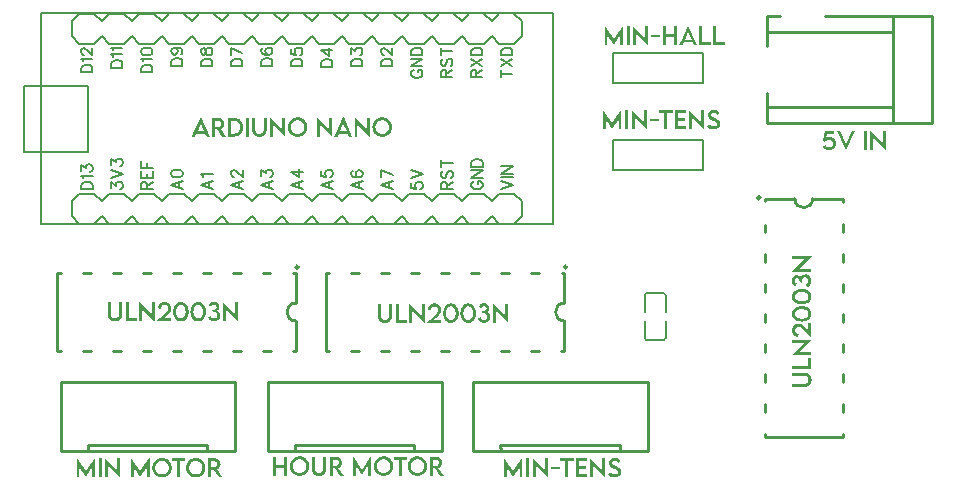
<source format=gto>
G04 Layer: TopSilkscreenLayer*
G04 EasyEDA v6.5.22, 2023-03-31 14:54:23*
G04 d3f0f356f32e465d957ef3f0493f5931,4db1f7442a1f4f30bb2da465e00f2567,10*
G04 Gerber Generator version 0.2*
G04 Scale: 100 percent, Rotated: No, Reflected: No *
G04 Dimensions in millimeters *
G04 leading zeros omitted , absolute positions ,4 integer and 5 decimal *
%FSLAX45Y45*%
%MOMM*%

%ADD10C,0.1500*%
%ADD11C,0.1524*%
%ADD12C,0.2540*%
%ADD13C,0.2032*%
%ADD14C,0.1520*%
%ADD15C,0.2500*%
%ADD16C,0.0119*%

%LPD*%
G36*
X7965694Y8481822D02*
G01*
X7965694Y8318500D01*
X7990586Y8318500D01*
X7990586Y8407400D01*
X8043925Y8321294D01*
X8044180Y8321294D01*
X8097266Y8407146D01*
X8097266Y8318500D01*
X8122158Y8318500D01*
X8122158Y8481822D01*
X8120380Y8481822D01*
X8043925Y8365744D01*
X7967472Y8481822D01*
G37*
G36*
X8427720Y8481822D02*
G01*
X8427720Y8318500D01*
X8452866Y8318500D01*
X8452866Y8407400D01*
X8505952Y8321294D01*
X8506206Y8321294D01*
X8559292Y8407146D01*
X8559292Y8318500D01*
X8584438Y8318500D01*
X8584438Y8481822D01*
X8582406Y8481822D01*
X8506206Y8365744D01*
X8429752Y8481822D01*
G37*
G36*
X8208772Y8481314D02*
G01*
X8208772Y8318246D01*
X8233918Y8318246D01*
X8233918Y8422640D01*
X8336280Y8315706D01*
X8337550Y8315706D01*
X8337550Y8478774D01*
X8312150Y8478774D01*
X8312150Y8374634D01*
X8210042Y8481314D01*
G37*
G36*
X8690102Y8481314D02*
G01*
X8684463Y8481110D01*
X8678926Y8480552D01*
X8673490Y8479637D01*
X8668207Y8478316D01*
X8663025Y8476691D01*
X8658047Y8474760D01*
X8653170Y8472525D01*
X8648496Y8469934D01*
X8644026Y8467090D01*
X8639708Y8463940D01*
X8635644Y8460587D01*
X8631783Y8456930D01*
X8628176Y8453069D01*
X8624773Y8448954D01*
X8621674Y8444636D01*
X8618829Y8440115D01*
X8616289Y8435390D01*
X8614054Y8430514D01*
X8612124Y8425484D01*
X8610498Y8420303D01*
X8609228Y8414969D01*
X8608314Y8409482D01*
X8607755Y8403945D01*
X8607561Y8398510D01*
X8632952Y8398510D01*
X8633256Y8404352D01*
X8634120Y8410041D01*
X8635542Y8415528D01*
X8637473Y8420760D01*
X8639860Y8425789D01*
X8642705Y8430514D01*
X8646007Y8434933D01*
X8649716Y8438997D01*
X8653780Y8442756D01*
X8658199Y8446058D01*
X8662873Y8448954D01*
X8667902Y8451392D01*
X8673134Y8453323D01*
X8678621Y8454745D01*
X8684260Y8455609D01*
X8690102Y8455914D01*
X8695944Y8455609D01*
X8701633Y8454745D01*
X8707120Y8453323D01*
X8712352Y8451392D01*
X8717381Y8448954D01*
X8722106Y8446058D01*
X8726525Y8442756D01*
X8730640Y8438997D01*
X8734348Y8434933D01*
X8737650Y8430514D01*
X8740546Y8425789D01*
X8742984Y8420760D01*
X8744915Y8415528D01*
X8746337Y8410041D01*
X8747201Y8404352D01*
X8747506Y8398510D01*
X8747201Y8392668D01*
X8746337Y8387029D01*
X8744915Y8381542D01*
X8742984Y8376310D01*
X8740546Y8371281D01*
X8737650Y8366607D01*
X8734348Y8362188D01*
X8730640Y8358124D01*
X8726525Y8354415D01*
X8722106Y8351113D01*
X8717381Y8348268D01*
X8712352Y8345881D01*
X8707120Y8343950D01*
X8701633Y8342528D01*
X8695944Y8341664D01*
X8690102Y8341359D01*
X8684260Y8341664D01*
X8678621Y8342528D01*
X8673134Y8343950D01*
X8667902Y8345881D01*
X8662873Y8348268D01*
X8658199Y8351113D01*
X8653780Y8354415D01*
X8649716Y8358124D01*
X8646007Y8362188D01*
X8642705Y8366607D01*
X8639860Y8371281D01*
X8637473Y8376310D01*
X8635542Y8381542D01*
X8634120Y8387029D01*
X8633256Y8392668D01*
X8632952Y8398510D01*
X8607561Y8398510D01*
X8607755Y8392668D01*
X8608314Y8387130D01*
X8609228Y8381746D01*
X8610498Y8376462D01*
X8612124Y8371331D01*
X8614054Y8366302D01*
X8616289Y8361476D01*
X8618829Y8356803D01*
X8621674Y8352332D01*
X8624773Y8348065D01*
X8628176Y8344001D01*
X8631783Y8340140D01*
X8635644Y8336534D01*
X8639708Y8333181D01*
X8644026Y8330082D01*
X8648496Y8327237D01*
X8653170Y8324697D01*
X8658047Y8322462D01*
X8663025Y8320531D01*
X8668207Y8318906D01*
X8673490Y8317636D01*
X8678926Y8316722D01*
X8684463Y8316163D01*
X8690102Y8315959D01*
X8695740Y8316163D01*
X8701278Y8316722D01*
X8706713Y8317636D01*
X8712047Y8318906D01*
X8717178Y8320531D01*
X8722207Y8322462D01*
X8727084Y8324697D01*
X8731758Y8327237D01*
X8736279Y8330082D01*
X8740597Y8333181D01*
X8744661Y8336534D01*
X8748572Y8340140D01*
X8752179Y8344001D01*
X8755583Y8348065D01*
X8758682Y8352332D01*
X8761526Y8356803D01*
X8764117Y8361476D01*
X8766352Y8366302D01*
X8768283Y8371331D01*
X8769908Y8376462D01*
X8771229Y8381746D01*
X8772144Y8387130D01*
X8772702Y8392668D01*
X8772906Y8398256D01*
X8772702Y8403945D01*
X8772144Y8409482D01*
X8771229Y8414969D01*
X8769908Y8420303D01*
X8768283Y8425484D01*
X8766352Y8430514D01*
X8764117Y8435390D01*
X8761526Y8440115D01*
X8758682Y8444636D01*
X8755583Y8448954D01*
X8752179Y8453069D01*
X8748572Y8456930D01*
X8744661Y8460587D01*
X8740597Y8463940D01*
X8736279Y8467090D01*
X8731758Y8469934D01*
X8727084Y8472525D01*
X8722207Y8474760D01*
X8717178Y8476691D01*
X8712047Y8478316D01*
X8706713Y8479637D01*
X8701278Y8480552D01*
X8695740Y8481110D01*
G37*
G36*
X8975344Y8481314D02*
G01*
X8969654Y8481110D01*
X8964117Y8480552D01*
X8958681Y8479637D01*
X8953347Y8478316D01*
X8948166Y8476691D01*
X8943136Y8474760D01*
X8938260Y8472525D01*
X8933535Y8469934D01*
X8929065Y8467090D01*
X8924747Y8463940D01*
X8920683Y8460587D01*
X8916822Y8456930D01*
X8913164Y8453069D01*
X8909812Y8448954D01*
X8906662Y8444636D01*
X8903868Y8440115D01*
X8901277Y8435390D01*
X8899042Y8430514D01*
X8897112Y8425484D01*
X8895486Y8420303D01*
X8894216Y8414969D01*
X8893302Y8409482D01*
X8892743Y8403945D01*
X8892549Y8398510D01*
X8917940Y8398510D01*
X8918244Y8404352D01*
X8919108Y8410041D01*
X8920530Y8415528D01*
X8922461Y8420760D01*
X8924848Y8425789D01*
X8927693Y8430514D01*
X8930995Y8434933D01*
X8934704Y8438997D01*
X8938768Y8442756D01*
X8943187Y8446058D01*
X8947861Y8448954D01*
X8952890Y8451392D01*
X8958122Y8453323D01*
X8963609Y8454745D01*
X8969248Y8455609D01*
X8975090Y8455914D01*
X8980932Y8455609D01*
X8986621Y8454745D01*
X8992108Y8453323D01*
X8997340Y8451392D01*
X9002369Y8448954D01*
X9007094Y8446058D01*
X9011513Y8442756D01*
X9015577Y8438997D01*
X9019336Y8434933D01*
X9022638Y8430514D01*
X9025534Y8425789D01*
X9027972Y8420760D01*
X9029903Y8415528D01*
X9031325Y8410041D01*
X9032189Y8404352D01*
X9032494Y8398510D01*
X9032189Y8392668D01*
X9031325Y8387029D01*
X9029903Y8381542D01*
X9027972Y8376310D01*
X9025534Y8371281D01*
X9022638Y8366607D01*
X9019336Y8362188D01*
X9015577Y8358124D01*
X9011513Y8354415D01*
X9007094Y8351113D01*
X9002369Y8348268D01*
X8997340Y8345881D01*
X8992108Y8343950D01*
X8986621Y8342528D01*
X8980932Y8341664D01*
X8975090Y8341359D01*
X8969248Y8341664D01*
X8963609Y8342528D01*
X8958122Y8343950D01*
X8952890Y8345881D01*
X8947861Y8348268D01*
X8943187Y8351113D01*
X8938768Y8354415D01*
X8934704Y8358124D01*
X8930995Y8362188D01*
X8927693Y8366607D01*
X8924848Y8371281D01*
X8922461Y8376310D01*
X8920530Y8381542D01*
X8919108Y8387029D01*
X8918244Y8392668D01*
X8917940Y8398510D01*
X8892549Y8398510D01*
X8892743Y8392668D01*
X8893302Y8387130D01*
X8894216Y8381746D01*
X8895486Y8376462D01*
X8897112Y8371331D01*
X8899042Y8366302D01*
X8901277Y8361476D01*
X8903817Y8356803D01*
X8906662Y8352332D01*
X8909761Y8348065D01*
X8913164Y8344001D01*
X8916771Y8340140D01*
X8920632Y8336534D01*
X8924696Y8333181D01*
X8929014Y8330082D01*
X8933484Y8327237D01*
X8938158Y8324697D01*
X8943035Y8322462D01*
X8948013Y8320531D01*
X8953195Y8318906D01*
X8958478Y8317636D01*
X8963914Y8316722D01*
X8969451Y8316163D01*
X8975090Y8315959D01*
X8980728Y8316163D01*
X8986266Y8316722D01*
X8991701Y8317636D01*
X8997035Y8318906D01*
X9002166Y8320531D01*
X9007195Y8322462D01*
X9012072Y8324697D01*
X9016746Y8327237D01*
X9021267Y8330082D01*
X9025585Y8333181D01*
X9029649Y8336534D01*
X9033560Y8340140D01*
X9037167Y8344001D01*
X9040571Y8348065D01*
X9043670Y8352332D01*
X9046514Y8356803D01*
X9049105Y8361476D01*
X9051340Y8366302D01*
X9053271Y8371331D01*
X9054896Y8376462D01*
X9056217Y8381746D01*
X9057132Y8387130D01*
X9057690Y8392668D01*
X9057894Y8398256D01*
X9057690Y8403945D01*
X9057132Y8409482D01*
X9056217Y8414969D01*
X9054896Y8420303D01*
X9053322Y8425484D01*
X9051340Y8430514D01*
X9049105Y8435390D01*
X9046514Y8440115D01*
X9043720Y8444636D01*
X9040571Y8448954D01*
X9037218Y8453069D01*
X9033560Y8456930D01*
X9029700Y8460587D01*
X9025636Y8463940D01*
X9021318Y8467090D01*
X9016847Y8469934D01*
X9012174Y8472525D01*
X9007297Y8474760D01*
X9002318Y8476691D01*
X8997137Y8478316D01*
X8991854Y8479637D01*
X8986469Y8480552D01*
X8980932Y8481110D01*
G37*
G36*
X8152892Y8478520D02*
G01*
X8152892Y8318500D01*
X8178038Y8318500D01*
X8178038Y8478520D01*
G37*
G36*
X8777224Y8478520D02*
G01*
X8777224Y8453628D01*
X8820150Y8453628D01*
X8820150Y8318500D01*
X8845296Y8318500D01*
X8845296Y8453628D01*
X8888222Y8453628D01*
X8888222Y8478520D01*
G37*
G36*
X9081008Y8478520D02*
G01*
X9081008Y8453628D01*
X9131300Y8453628D01*
X9136786Y8453120D01*
X9141968Y8451646D01*
X9146641Y8449310D01*
X9150756Y8446211D01*
X9154160Y8442401D01*
X9156750Y8437981D01*
X9158427Y8433054D01*
X9158986Y8427720D01*
X9158427Y8422436D01*
X9156750Y8417458D01*
X9154160Y8412937D01*
X9150756Y8408974D01*
X9146641Y8405723D01*
X9141968Y8403285D01*
X9136786Y8401761D01*
X9131300Y8401304D01*
X9106154Y8401304D01*
X9106154Y8453628D01*
X9081008Y8453628D01*
X9081008Y8318500D01*
X9106154Y8318500D01*
X9106154Y8380475D01*
X9125966Y8380475D01*
X9168892Y8318500D01*
X9199880Y8318500D01*
X9153144Y8382508D01*
X9159849Y8385251D01*
X9165945Y8389010D01*
X9171330Y8393734D01*
X9175953Y8399221D01*
X9179712Y8405368D01*
X9182557Y8412175D01*
X9184284Y8419388D01*
X9184894Y8426958D01*
X9184589Y8432241D01*
X9183776Y8437321D01*
X9182455Y8442299D01*
X9180626Y8447024D01*
X9178340Y8451545D01*
X9175597Y8455761D01*
X9172498Y8459724D01*
X9168993Y8463432D01*
X9165132Y8466734D01*
X9160967Y8469731D01*
X9156496Y8472271D01*
X9151772Y8474456D01*
X9146844Y8476183D01*
X9141663Y8477453D01*
X9136278Y8478266D01*
X9130792Y8478520D01*
G37*
G36*
X10304018Y8494522D02*
G01*
X10304018Y8331200D01*
X10329164Y8331200D01*
X10329164Y8420100D01*
X10382250Y8333994D01*
X10382504Y8333994D01*
X10435590Y8419846D01*
X10435590Y8331200D01*
X10460736Y8331200D01*
X10460736Y8494522D01*
X10458704Y8494522D01*
X10382250Y8378444D01*
X10305796Y8494522D01*
G37*
G36*
X9854438Y8494014D02*
G01*
X9848799Y8493810D01*
X9843262Y8493252D01*
X9837826Y8492337D01*
X9832492Y8491016D01*
X9827361Y8489391D01*
X9822332Y8487460D01*
X9817455Y8485225D01*
X9812782Y8482634D01*
X9808260Y8479790D01*
X9803942Y8476640D01*
X9799878Y8473287D01*
X9795967Y8469630D01*
X9792360Y8465769D01*
X9788956Y8461654D01*
X9785858Y8457336D01*
X9783013Y8452815D01*
X9780422Y8448090D01*
X9778187Y8443214D01*
X9776256Y8438184D01*
X9774631Y8433003D01*
X9773310Y8427669D01*
X9772396Y8422182D01*
X9771837Y8416645D01*
X9771643Y8411210D01*
X9797034Y8411210D01*
X9797338Y8417052D01*
X9798202Y8422741D01*
X9799624Y8428228D01*
X9801555Y8433460D01*
X9803942Y8438489D01*
X9806787Y8443214D01*
X9810089Y8447633D01*
X9813798Y8451697D01*
X9817862Y8455456D01*
X9822281Y8458758D01*
X9826955Y8461654D01*
X9831984Y8464092D01*
X9837216Y8466023D01*
X9842703Y8467445D01*
X9848342Y8468309D01*
X9854184Y8468614D01*
X9860076Y8468309D01*
X9865766Y8467445D01*
X9871303Y8466023D01*
X9876586Y8464092D01*
X9881616Y8461654D01*
X9886391Y8458758D01*
X9890810Y8455456D01*
X9894925Y8451697D01*
X9898634Y8447633D01*
X9901986Y8443214D01*
X9904882Y8438489D01*
X9907320Y8433460D01*
X9909251Y8428228D01*
X9910673Y8422741D01*
X9911537Y8417052D01*
X9911842Y8411210D01*
X9911537Y8405368D01*
X9910673Y8399729D01*
X9909251Y8394242D01*
X9907320Y8389010D01*
X9904882Y8383981D01*
X9901986Y8379307D01*
X9898634Y8374888D01*
X9894925Y8370824D01*
X9890810Y8367115D01*
X9886391Y8363813D01*
X9881616Y8360968D01*
X9876586Y8358581D01*
X9871303Y8356650D01*
X9865766Y8355228D01*
X9860076Y8354364D01*
X9854184Y8354059D01*
X9848342Y8354364D01*
X9842703Y8355228D01*
X9837216Y8356650D01*
X9831984Y8358581D01*
X9826955Y8360968D01*
X9822281Y8363813D01*
X9817862Y8367115D01*
X9813798Y8370824D01*
X9810089Y8374888D01*
X9806787Y8379307D01*
X9803942Y8383981D01*
X9801555Y8389010D01*
X9799624Y8394242D01*
X9798202Y8399729D01*
X9797338Y8405368D01*
X9797034Y8411210D01*
X9771643Y8411210D01*
X9771837Y8405368D01*
X9772396Y8399830D01*
X9773310Y8394446D01*
X9774631Y8389162D01*
X9776206Y8384031D01*
X9778187Y8379002D01*
X9780422Y8374176D01*
X9783013Y8369503D01*
X9785807Y8365032D01*
X9788956Y8360765D01*
X9792309Y8356701D01*
X9795967Y8352840D01*
X9799828Y8349234D01*
X9803892Y8345881D01*
X9808210Y8342782D01*
X9812680Y8339937D01*
X9817354Y8337397D01*
X9822230Y8335162D01*
X9827209Y8333231D01*
X9832390Y8331606D01*
X9837674Y8330336D01*
X9843058Y8329422D01*
X9848596Y8328863D01*
X9854184Y8328659D01*
X9859873Y8328863D01*
X9865410Y8329422D01*
X9870897Y8330336D01*
X9876231Y8331606D01*
X9881412Y8333231D01*
X9886442Y8335162D01*
X9891318Y8337397D01*
X9896043Y8339937D01*
X9900564Y8342782D01*
X9904882Y8345881D01*
X9908997Y8349234D01*
X9912858Y8352840D01*
X9916515Y8356701D01*
X9919868Y8360765D01*
X9923018Y8365032D01*
X9925862Y8369503D01*
X9928453Y8374176D01*
X9930688Y8379002D01*
X9932619Y8384031D01*
X9934244Y8389162D01*
X9935565Y8394446D01*
X9936480Y8399830D01*
X9937038Y8405368D01*
X9937242Y8410956D01*
X9937038Y8416645D01*
X9936480Y8422182D01*
X9935565Y8427669D01*
X9934244Y8433003D01*
X9932619Y8438184D01*
X9930688Y8443214D01*
X9928453Y8448090D01*
X9925862Y8452815D01*
X9923018Y8457336D01*
X9919919Y8461654D01*
X9916515Y8465769D01*
X9912908Y8469630D01*
X9908997Y8473287D01*
X9904933Y8476640D01*
X9900615Y8479790D01*
X9896094Y8482634D01*
X9891420Y8485225D01*
X9886543Y8487460D01*
X9881514Y8489391D01*
X9876383Y8491016D01*
X9871049Y8492337D01*
X9865614Y8493252D01*
X9860076Y8493810D01*
G37*
G36*
X10566400Y8494014D02*
G01*
X10560761Y8493810D01*
X10555224Y8493252D01*
X10549788Y8492337D01*
X10544505Y8491016D01*
X10539323Y8489391D01*
X10534345Y8487460D01*
X10529468Y8485225D01*
X10524794Y8482634D01*
X10520324Y8479790D01*
X10516006Y8476640D01*
X10511942Y8473287D01*
X10508081Y8469630D01*
X10504474Y8465769D01*
X10501071Y8461654D01*
X10497972Y8457336D01*
X10495127Y8452815D01*
X10492587Y8448090D01*
X10490352Y8443214D01*
X10488422Y8438184D01*
X10486796Y8433003D01*
X10485526Y8427669D01*
X10484612Y8422182D01*
X10484053Y8416645D01*
X10483859Y8411210D01*
X10508996Y8411210D01*
X10509300Y8417052D01*
X10510164Y8422741D01*
X10511586Y8428228D01*
X10513517Y8433460D01*
X10515904Y8438489D01*
X10518800Y8443214D01*
X10522102Y8447633D01*
X10525810Y8451697D01*
X10529874Y8455456D01*
X10534294Y8458758D01*
X10539018Y8461654D01*
X10544048Y8464092D01*
X10549331Y8466023D01*
X10554817Y8467445D01*
X10560507Y8468309D01*
X10566400Y8468614D01*
X10572242Y8468309D01*
X10577931Y8467445D01*
X10583418Y8466023D01*
X10588650Y8464092D01*
X10593679Y8461654D01*
X10598404Y8458758D01*
X10602823Y8455456D01*
X10606938Y8451697D01*
X10610646Y8447633D01*
X10613948Y8443214D01*
X10616844Y8438489D01*
X10619282Y8433460D01*
X10621213Y8428228D01*
X10622635Y8422741D01*
X10623499Y8417052D01*
X10623804Y8411210D01*
X10623499Y8405368D01*
X10622635Y8399729D01*
X10621213Y8394242D01*
X10619282Y8389010D01*
X10616844Y8383981D01*
X10613948Y8379307D01*
X10610646Y8374888D01*
X10606938Y8370824D01*
X10602823Y8367115D01*
X10598404Y8363813D01*
X10593679Y8360968D01*
X10588650Y8358581D01*
X10583418Y8356650D01*
X10577931Y8355228D01*
X10572242Y8354364D01*
X10566400Y8354059D01*
X10560507Y8354364D01*
X10554817Y8355228D01*
X10549331Y8356650D01*
X10544048Y8358581D01*
X10539018Y8360968D01*
X10534294Y8363813D01*
X10529874Y8367115D01*
X10525810Y8370824D01*
X10522102Y8374888D01*
X10518800Y8379307D01*
X10515904Y8383981D01*
X10513517Y8389010D01*
X10511586Y8394242D01*
X10510164Y8399729D01*
X10509300Y8405368D01*
X10508996Y8411210D01*
X10483859Y8411210D01*
X10484053Y8405368D01*
X10484612Y8399830D01*
X10485526Y8394446D01*
X10486796Y8389162D01*
X10488422Y8384031D01*
X10490352Y8379002D01*
X10492587Y8374176D01*
X10495127Y8369503D01*
X10497972Y8365032D01*
X10501071Y8360765D01*
X10504474Y8356701D01*
X10508081Y8352840D01*
X10511942Y8349234D01*
X10516006Y8345881D01*
X10520324Y8342782D01*
X10524794Y8339937D01*
X10529468Y8337397D01*
X10534345Y8335162D01*
X10539323Y8333231D01*
X10544505Y8331606D01*
X10549788Y8330336D01*
X10555224Y8329422D01*
X10560761Y8328863D01*
X10566400Y8328659D01*
X10572038Y8328863D01*
X10577576Y8329422D01*
X10583011Y8330336D01*
X10588345Y8331606D01*
X10593476Y8333231D01*
X10598505Y8335162D01*
X10603382Y8337397D01*
X10608056Y8339937D01*
X10612577Y8342782D01*
X10616895Y8345881D01*
X10620959Y8349234D01*
X10624870Y8352840D01*
X10628477Y8356701D01*
X10631881Y8360765D01*
X10634980Y8365032D01*
X10637824Y8369503D01*
X10640415Y8374176D01*
X10642650Y8379002D01*
X10644581Y8384031D01*
X10646206Y8389162D01*
X10647527Y8394446D01*
X10648442Y8399830D01*
X10649000Y8405368D01*
X10649204Y8410956D01*
X10649000Y8416645D01*
X10648442Y8422182D01*
X10647527Y8427669D01*
X10646206Y8433003D01*
X10644581Y8438184D01*
X10642650Y8443214D01*
X10640415Y8448090D01*
X10637824Y8452815D01*
X10634980Y8457336D01*
X10631881Y8461654D01*
X10628477Y8465769D01*
X10624870Y8469630D01*
X10620959Y8473287D01*
X10616895Y8476640D01*
X10612577Y8479790D01*
X10608056Y8482634D01*
X10603382Y8485225D01*
X10598505Y8487460D01*
X10593476Y8489391D01*
X10588345Y8491016D01*
X10583011Y8492337D01*
X10577576Y8493252D01*
X10572038Y8493810D01*
G37*
G36*
X10851388Y8494014D02*
G01*
X10845749Y8493810D01*
X10840212Y8493252D01*
X10834776Y8492337D01*
X10829493Y8491016D01*
X10824311Y8489391D01*
X10819333Y8487460D01*
X10814456Y8485225D01*
X10809782Y8482634D01*
X10805312Y8479790D01*
X10800994Y8476640D01*
X10796930Y8473287D01*
X10793069Y8469630D01*
X10789462Y8465769D01*
X10786059Y8461654D01*
X10782960Y8457336D01*
X10780115Y8452815D01*
X10777575Y8448090D01*
X10775340Y8443214D01*
X10773410Y8438184D01*
X10771784Y8433003D01*
X10770514Y8427669D01*
X10769600Y8422182D01*
X10769041Y8416645D01*
X10768847Y8411210D01*
X10793984Y8411210D01*
X10794288Y8417052D01*
X10795152Y8422741D01*
X10796574Y8428228D01*
X10798505Y8433460D01*
X10800943Y8438489D01*
X10803839Y8443214D01*
X10807141Y8447633D01*
X10810900Y8451697D01*
X10814964Y8455456D01*
X10819384Y8458758D01*
X10824108Y8461654D01*
X10829137Y8464092D01*
X10834370Y8466023D01*
X10839856Y8467445D01*
X10845546Y8468309D01*
X10851388Y8468614D01*
X10857230Y8468309D01*
X10862919Y8467445D01*
X10868406Y8466023D01*
X10873638Y8464092D01*
X10878667Y8461654D01*
X10883392Y8458758D01*
X10887811Y8455456D01*
X10891926Y8451697D01*
X10895634Y8447633D01*
X10898936Y8443214D01*
X10901832Y8438489D01*
X10904270Y8433460D01*
X10906201Y8428228D01*
X10907623Y8422741D01*
X10908487Y8417052D01*
X10908792Y8411210D01*
X10908487Y8405368D01*
X10907623Y8399729D01*
X10906201Y8394242D01*
X10904270Y8389010D01*
X10901832Y8383981D01*
X10898936Y8379307D01*
X10895634Y8374888D01*
X10891875Y8370824D01*
X10887811Y8367115D01*
X10883392Y8363813D01*
X10878667Y8360968D01*
X10873638Y8358581D01*
X10868406Y8356650D01*
X10862919Y8355228D01*
X10857230Y8354364D01*
X10851388Y8354059D01*
X10845546Y8354364D01*
X10839856Y8355228D01*
X10834370Y8356650D01*
X10829137Y8358581D01*
X10824108Y8360968D01*
X10819384Y8363813D01*
X10814964Y8367115D01*
X10810900Y8370824D01*
X10807141Y8374888D01*
X10803839Y8379307D01*
X10800943Y8383981D01*
X10798505Y8389010D01*
X10796574Y8394242D01*
X10795152Y8399729D01*
X10794288Y8405368D01*
X10793984Y8411210D01*
X10768847Y8411210D01*
X10769041Y8405368D01*
X10769600Y8399830D01*
X10770514Y8394446D01*
X10771784Y8389162D01*
X10773410Y8384031D01*
X10775340Y8379002D01*
X10777575Y8374176D01*
X10780115Y8369503D01*
X10782960Y8365032D01*
X10786059Y8360765D01*
X10789462Y8356701D01*
X10793069Y8352840D01*
X10796930Y8349234D01*
X10800994Y8345881D01*
X10805312Y8342782D01*
X10809782Y8339937D01*
X10814456Y8337397D01*
X10819333Y8335162D01*
X10824311Y8333231D01*
X10829493Y8331606D01*
X10834776Y8330336D01*
X10840212Y8329422D01*
X10845749Y8328863D01*
X10851388Y8328659D01*
X10857026Y8328863D01*
X10862564Y8329422D01*
X10867999Y8330336D01*
X10873333Y8331606D01*
X10878464Y8333231D01*
X10883493Y8335162D01*
X10888370Y8337397D01*
X10893044Y8339937D01*
X10897565Y8342782D01*
X10901883Y8345881D01*
X10905947Y8349234D01*
X10909858Y8352840D01*
X10913465Y8356701D01*
X10916869Y8360765D01*
X10919968Y8365032D01*
X10922812Y8369503D01*
X10925403Y8374176D01*
X10927638Y8379002D01*
X10929569Y8384031D01*
X10931194Y8389162D01*
X10932515Y8394446D01*
X10933430Y8399830D01*
X10933988Y8405368D01*
X10934192Y8410956D01*
X10933988Y8416645D01*
X10933430Y8422182D01*
X10932515Y8427669D01*
X10931194Y8433003D01*
X10929569Y8438184D01*
X10927638Y8443214D01*
X10925403Y8448090D01*
X10922812Y8452815D01*
X10919968Y8457336D01*
X10916869Y8461654D01*
X10913465Y8465769D01*
X10909858Y8469630D01*
X10905947Y8473287D01*
X10901883Y8476640D01*
X10897565Y8479790D01*
X10893044Y8482634D01*
X10888370Y8485225D01*
X10883493Y8487460D01*
X10878464Y8489391D01*
X10873333Y8491016D01*
X10867999Y8492337D01*
X10862564Y8493252D01*
X10857026Y8493810D01*
G37*
G36*
X9629394Y8491220D02*
G01*
X9629394Y8331200D01*
X9654286Y8331200D01*
X9654286Y8398764D01*
X9723628Y8398764D01*
X9723628Y8331200D01*
X9748520Y8331200D01*
X9748520Y8491220D01*
X9723628Y8491220D01*
X9723628Y8423656D01*
X9654286Y8423656D01*
X9654286Y8491220D01*
G37*
G36*
X9958578Y8491220D02*
G01*
X9958578Y8391906D01*
X9958882Y8385098D01*
X9959797Y8378596D01*
X9961219Y8372348D01*
X9963251Y8366404D01*
X9965740Y8360816D01*
X9968738Y8355533D01*
X9972192Y8350656D01*
X9976053Y8346236D01*
X9980320Y8342172D01*
X9984943Y8338616D01*
X9989921Y8335518D01*
X9995204Y8332927D01*
X10000792Y8330895D01*
X10006685Y8329371D01*
X10012730Y8328456D01*
X10019030Y8328152D01*
X10025329Y8328456D01*
X10031425Y8329371D01*
X10037267Y8330895D01*
X10042855Y8332927D01*
X10048189Y8335518D01*
X10053218Y8338616D01*
X10057841Y8342172D01*
X10062159Y8346236D01*
X10066020Y8350656D01*
X10069525Y8355533D01*
X10072522Y8360816D01*
X10075011Y8366404D01*
X10077043Y8372348D01*
X10078516Y8378596D01*
X10079431Y8385098D01*
X10079736Y8391906D01*
X10079736Y8491220D01*
X10054336Y8491220D01*
X10054336Y8391906D01*
X10054031Y8386521D01*
X10053066Y8381390D01*
X10051592Y8376615D01*
X10049510Y8372144D01*
X10047020Y8368080D01*
X10044023Y8364423D01*
X10040620Y8361273D01*
X10036860Y8358581D01*
X10032796Y8356447D01*
X10028428Y8354872D01*
X10023856Y8353907D01*
X10019030Y8353552D01*
X10014254Y8353907D01*
X10009632Y8354872D01*
X10005314Y8356447D01*
X10001250Y8358581D01*
X9997541Y8361273D01*
X9994188Y8364423D01*
X9991242Y8368080D01*
X9988702Y8372144D01*
X9986721Y8376615D01*
X9985197Y8381390D01*
X9984282Y8386521D01*
X9983978Y8391906D01*
X9983978Y8491220D01*
G37*
G36*
X10108692Y8491220D02*
G01*
X10108731Y8466328D01*
X10158984Y8466328D01*
X10164470Y8465820D01*
X10169652Y8464346D01*
X10174325Y8462010D01*
X10178440Y8458911D01*
X10181844Y8455101D01*
X10184434Y8450681D01*
X10186111Y8445754D01*
X10186670Y8440420D01*
X10186111Y8435136D01*
X10184485Y8430158D01*
X10181945Y8425637D01*
X10178542Y8421674D01*
X10174427Y8418423D01*
X10169753Y8415985D01*
X10164572Y8414461D01*
X10158984Y8414004D01*
X10133838Y8414004D01*
X10133838Y8466328D01*
X10108731Y8466328D01*
X10108946Y8331200D01*
X10134092Y8331200D01*
X10134092Y8393176D01*
X10153650Y8393176D01*
X10196830Y8331200D01*
X10227564Y8331200D01*
X10181082Y8395208D01*
X10187686Y8397951D01*
X10193731Y8401710D01*
X10199065Y8406434D01*
X10203688Y8411921D01*
X10207447Y8418068D01*
X10210241Y8424875D01*
X10211968Y8432088D01*
X10212578Y8439658D01*
X10212273Y8444941D01*
X10211460Y8450021D01*
X10210139Y8454999D01*
X10208310Y8459724D01*
X10206024Y8464245D01*
X10203281Y8468461D01*
X10200182Y8472424D01*
X10196677Y8476132D01*
X10192816Y8479434D01*
X10188651Y8482431D01*
X10184180Y8484971D01*
X10179456Y8487156D01*
X10174528Y8488883D01*
X10169347Y8490153D01*
X10163962Y8490966D01*
X10158476Y8491220D01*
G37*
G36*
X10653522Y8491220D02*
G01*
X10653522Y8466328D01*
X10696448Y8466328D01*
X10696448Y8331200D01*
X10721594Y8331200D01*
X10721594Y8466328D01*
X10764520Y8466328D01*
X10764520Y8491220D01*
G37*
G36*
X10957306Y8491220D02*
G01*
X10957306Y8466328D01*
X11007598Y8466328D01*
X11013033Y8465820D01*
X11018113Y8464346D01*
X11022838Y8462010D01*
X11026952Y8458911D01*
X11030407Y8455101D01*
X11033048Y8450681D01*
X11034674Y8445754D01*
X11035284Y8440420D01*
X11034725Y8435136D01*
X11033048Y8430158D01*
X11030458Y8425637D01*
X11027054Y8421674D01*
X11022939Y8418423D01*
X11018266Y8415985D01*
X11013084Y8414461D01*
X11007598Y8414004D01*
X10982452Y8414004D01*
X10982452Y8466328D01*
X10957306Y8466328D01*
X10957306Y8331200D01*
X10982452Y8331200D01*
X10982452Y8393176D01*
X11002010Y8393176D01*
X11045190Y8331200D01*
X11075924Y8331200D01*
X11029442Y8395208D01*
X11036046Y8397951D01*
X11042142Y8401710D01*
X11047526Y8406434D01*
X11052200Y8411921D01*
X11055959Y8418068D01*
X11058804Y8424875D01*
X11060582Y8432088D01*
X11061192Y8439658D01*
X11060887Y8444941D01*
X11060074Y8450021D01*
X11058753Y8454999D01*
X11056924Y8459724D01*
X11054638Y8464245D01*
X11051895Y8468461D01*
X11048746Y8472424D01*
X11045240Y8476132D01*
X11041380Y8479434D01*
X11037214Y8482431D01*
X11032744Y8484971D01*
X11027968Y8487156D01*
X11022990Y8488883D01*
X11017758Y8490153D01*
X11012373Y8490966D01*
X11006836Y8491220D01*
G37*
G36*
X11585194Y8481822D02*
G01*
X11585194Y8318500D01*
X11610086Y8318500D01*
X11610086Y8407400D01*
X11663426Y8321294D01*
X11663680Y8321294D01*
X11716766Y8407146D01*
X11716766Y8318500D01*
X11741658Y8318500D01*
X11741658Y8481822D01*
X11739880Y8481822D01*
X11663426Y8365744D01*
X11586972Y8481822D01*
G37*
G36*
X11828272Y8481314D02*
G01*
X11828272Y8318246D01*
X11853418Y8318246D01*
X11853418Y8422640D01*
X11955780Y8315706D01*
X11957050Y8315706D01*
X11957050Y8478774D01*
X11931650Y8478774D01*
X11931650Y8374634D01*
X11829542Y8481314D01*
G37*
G36*
X12314936Y8481314D02*
G01*
X12314936Y8318246D01*
X12340082Y8318246D01*
X12340082Y8422640D01*
X12442444Y8315706D01*
X12443714Y8315706D01*
X12443714Y8478774D01*
X12418314Y8478774D01*
X12418314Y8374634D01*
X12316206Y8481314D01*
G37*
G36*
X12524486Y8481314D02*
G01*
X12517424Y8480958D01*
X12510719Y8479840D01*
X12504369Y8478062D01*
X12498425Y8475624D01*
X12492990Y8472525D01*
X12488062Y8468918D01*
X12483744Y8464702D01*
X12480086Y8460028D01*
X12477140Y8454847D01*
X12475006Y8449259D01*
X12473635Y8443214D01*
X12473178Y8436864D01*
X12473584Y8430869D01*
X12474803Y8425535D01*
X12476734Y8420709D01*
X12479274Y8416340D01*
X12482372Y8412480D01*
X12485928Y8408974D01*
X12489891Y8405876D01*
X12494158Y8403031D01*
X12503353Y8398052D01*
X12526822Y8387384D01*
X12533477Y8383930D01*
X12539573Y8380272D01*
X12544755Y8376310D01*
X12548819Y8371992D01*
X12551460Y8367217D01*
X12552426Y8361934D01*
X12551816Y8357514D01*
X12549987Y8353552D01*
X12547142Y8349996D01*
X12543332Y8346948D01*
X12538710Y8344458D01*
X12533376Y8342630D01*
X12527381Y8341512D01*
X12520930Y8341106D01*
X12515240Y8341410D01*
X12509804Y8342426D01*
X12504674Y8344001D01*
X12499898Y8346236D01*
X12495479Y8349030D01*
X12491516Y8352332D01*
X12488062Y8356244D01*
X12485116Y8360664D01*
X12465050Y8346694D01*
X12467539Y8342172D01*
X12470485Y8337956D01*
X12473889Y8334044D01*
X12477648Y8330438D01*
X12481814Y8327136D01*
X12486335Y8324240D01*
X12491262Y8321751D01*
X12496495Y8319617D01*
X12502032Y8317941D01*
X12507874Y8316722D01*
X12514021Y8315959D01*
X12520422Y8315706D01*
X12526416Y8315909D01*
X12532207Y8316569D01*
X12537744Y8317585D01*
X12543078Y8319008D01*
X12548108Y8320836D01*
X12552781Y8322970D01*
X12557150Y8325510D01*
X12561163Y8328406D01*
X12564821Y8331606D01*
X12568072Y8335162D01*
X12570866Y8338972D01*
X12573203Y8343138D01*
X12575082Y8347557D01*
X12576454Y8352281D01*
X12577267Y8357209D01*
X12577572Y8362442D01*
X12577165Y8368487D01*
X12575997Y8373973D01*
X12574117Y8379053D01*
X12571577Y8383727D01*
X12568377Y8387994D01*
X12564618Y8391956D01*
X12560350Y8395614D01*
X12555575Y8399018D01*
X12550343Y8402218D01*
X12538811Y8408111D01*
X12513157Y8419338D01*
X12508128Y8422030D01*
X12504013Y8424926D01*
X12500914Y8428228D01*
X12498984Y8431987D01*
X12498324Y8436356D01*
X12498832Y8440420D01*
X12500356Y8444230D01*
X12502794Y8447684D01*
X12505994Y8450681D01*
X12509906Y8453170D01*
X12514376Y8455050D01*
X12519355Y8456269D01*
X12524740Y8456676D01*
X12533274Y8455558D01*
X12541046Y8452307D01*
X12547600Y8447024D01*
X12552426Y8439912D01*
X12570968Y8452866D01*
X12568021Y8459114D01*
X12564110Y8464702D01*
X12559385Y8469579D01*
X12553848Y8473643D01*
X12547498Y8476945D01*
X12540488Y8479332D01*
X12532766Y8480806D01*
G37*
G36*
X11772392Y8478520D02*
G01*
X11772392Y8318500D01*
X11797538Y8318500D01*
X11797538Y8478520D01*
G37*
G36*
X12062714Y8478520D02*
G01*
X12062714Y8453628D01*
X12105640Y8453628D01*
X12105640Y8318500D01*
X12130786Y8318500D01*
X12130786Y8453628D01*
X12173712Y8453628D01*
X12173712Y8478520D01*
G37*
G36*
X12193778Y8478520D02*
G01*
X12193778Y8318500D01*
X12289028Y8318500D01*
X12289028Y8343392D01*
X12218670Y8343392D01*
X12218670Y8387842D01*
X12279376Y8387842D01*
X12279376Y8412734D01*
X12218670Y8412734D01*
X12218670Y8453628D01*
X12289028Y8453628D01*
X12289028Y8478520D01*
G37*
G36*
X11980164Y8407400D02*
G01*
X11980164Y8385556D01*
X12058396Y8385556D01*
X12058396Y8407400D01*
G37*
G36*
X12436094Y12139422D02*
G01*
X12436094Y11976100D01*
X12460986Y11976100D01*
X12460986Y12065000D01*
X12514326Y11978894D01*
X12514580Y11978894D01*
X12567666Y12064746D01*
X12567666Y11976100D01*
X12592558Y11976100D01*
X12592558Y12139422D01*
X12590780Y12139422D01*
X12514326Y12023344D01*
X12437872Y12139422D01*
G37*
G36*
X13144500Y12139422D02*
G01*
X13090362Y12021820D01*
X13117322Y12021820D01*
X13145516Y12084558D01*
X13173456Y12021820D01*
X13090362Y12021820D01*
X13069315Y11976100D01*
X13096494Y11976100D01*
X13107416Y12000484D01*
X13183107Y12000484D01*
X13194030Y11976100D01*
X13221207Y11976100D01*
X13146024Y12139422D01*
G37*
G36*
X12679172Y12138914D02*
G01*
X12679172Y11975846D01*
X12704318Y11975846D01*
X12704318Y12080240D01*
X12806680Y11973306D01*
X12807950Y11973306D01*
X12807950Y12136374D01*
X12782550Y12136374D01*
X12782550Y12032234D01*
X12680442Y12138914D01*
G37*
G36*
X12623292Y12136120D02*
G01*
X12623292Y11976100D01*
X12648438Y11976100D01*
X12648438Y12136120D01*
G37*
G36*
X12932410Y12136120D02*
G01*
X12932410Y11976100D01*
X12957302Y11976100D01*
X12957302Y12043664D01*
X13026644Y12043664D01*
X13026644Y11976100D01*
X13051790Y11976100D01*
X13051790Y12136120D01*
X13026644Y12136120D01*
X13026644Y12068556D01*
X12957302Y12068556D01*
X12957302Y12136120D01*
G37*
G36*
X13238988Y12136120D02*
G01*
X13238988Y11976100D01*
X13335507Y11976100D01*
X13335507Y12000992D01*
X13264134Y12000992D01*
X13264134Y12136120D01*
G37*
G36*
X13355574Y12136120D02*
G01*
X13355574Y11976100D01*
X13452094Y11976100D01*
X13452094Y12000992D01*
X13380719Y12000992D01*
X13380719Y12136120D01*
G37*
G36*
X12831064Y12065000D02*
G01*
X12831064Y12043156D01*
X12909296Y12043156D01*
X12909296Y12065000D01*
G37*
G36*
X12423394Y11428222D02*
G01*
X12423394Y11264900D01*
X12448286Y11264900D01*
X12448286Y11353800D01*
X12501626Y11267694D01*
X12501880Y11267694D01*
X12554966Y11353546D01*
X12554966Y11264900D01*
X12579858Y11264900D01*
X12579858Y11428222D01*
X12578080Y11428222D01*
X12501626Y11312144D01*
X12425172Y11428222D01*
G37*
G36*
X12666472Y11427714D02*
G01*
X12666472Y11264646D01*
X12691618Y11264646D01*
X12691618Y11369040D01*
X12793980Y11262106D01*
X12795250Y11262106D01*
X12795250Y11425174D01*
X12769850Y11425174D01*
X12769850Y11321034D01*
X12667742Y11427714D01*
G37*
G36*
X13153136Y11427714D02*
G01*
X13153136Y11264646D01*
X13178282Y11264646D01*
X13178282Y11369040D01*
X13280644Y11262106D01*
X13281913Y11262106D01*
X13281913Y11425174D01*
X13256513Y11425174D01*
X13256513Y11321034D01*
X13154406Y11427714D01*
G37*
G36*
X13362686Y11427714D02*
G01*
X13355624Y11427358D01*
X13348919Y11426240D01*
X13342569Y11424462D01*
X13336625Y11422024D01*
X13331190Y11418925D01*
X13326262Y11415318D01*
X13321944Y11411102D01*
X13318286Y11406428D01*
X13315340Y11401247D01*
X13313206Y11395659D01*
X13311835Y11389614D01*
X13311378Y11383264D01*
X13311784Y11377269D01*
X13313003Y11371935D01*
X13314934Y11367109D01*
X13317474Y11362740D01*
X13320572Y11358880D01*
X13324128Y11355374D01*
X13328091Y11352276D01*
X13332358Y11349431D01*
X13341553Y11344452D01*
X13365022Y11333784D01*
X13371677Y11330330D01*
X13377773Y11326672D01*
X13382955Y11322710D01*
X13387019Y11318392D01*
X13389660Y11313617D01*
X13390626Y11308334D01*
X13390016Y11303914D01*
X13388187Y11299952D01*
X13385342Y11296396D01*
X13381532Y11293348D01*
X13376910Y11290858D01*
X13371576Y11289030D01*
X13365581Y11287912D01*
X13359130Y11287506D01*
X13353440Y11287810D01*
X13348004Y11288826D01*
X13342874Y11290401D01*
X13338098Y11292636D01*
X13333679Y11295430D01*
X13329716Y11298732D01*
X13326262Y11302644D01*
X13323316Y11307064D01*
X13303250Y11293094D01*
X13305739Y11288572D01*
X13308685Y11284356D01*
X13312089Y11280444D01*
X13315848Y11276838D01*
X13320013Y11273536D01*
X13324535Y11270640D01*
X13329462Y11268151D01*
X13334695Y11266017D01*
X13340232Y11264341D01*
X13346074Y11263122D01*
X13352221Y11262360D01*
X13358622Y11262106D01*
X13364616Y11262309D01*
X13370407Y11262969D01*
X13375944Y11263985D01*
X13381278Y11265408D01*
X13386307Y11267236D01*
X13390981Y11269370D01*
X13395350Y11271910D01*
X13399363Y11274806D01*
X13403021Y11278006D01*
X13406272Y11281562D01*
X13409066Y11285372D01*
X13411403Y11289538D01*
X13413282Y11293957D01*
X13414654Y11298682D01*
X13415467Y11303609D01*
X13415772Y11308842D01*
X13415365Y11314887D01*
X13414197Y11320373D01*
X13412317Y11325453D01*
X13409777Y11330127D01*
X13406577Y11334394D01*
X13402818Y11338356D01*
X13398550Y11342014D01*
X13393775Y11345418D01*
X13388543Y11348618D01*
X13377011Y11354511D01*
X13351357Y11365738D01*
X13346328Y11368430D01*
X13342213Y11371326D01*
X13339114Y11374628D01*
X13337184Y11378387D01*
X13336524Y11382756D01*
X13337032Y11386820D01*
X13338556Y11390630D01*
X13340994Y11394084D01*
X13344194Y11397081D01*
X13348106Y11399570D01*
X13352576Y11401450D01*
X13357555Y11402669D01*
X13362940Y11403076D01*
X13371474Y11401958D01*
X13379246Y11398707D01*
X13385800Y11393424D01*
X13390626Y11386312D01*
X13409168Y11399266D01*
X13406221Y11405514D01*
X13402310Y11411102D01*
X13397585Y11415979D01*
X13392048Y11420043D01*
X13385698Y11423345D01*
X13378688Y11425732D01*
X13370966Y11427206D01*
G37*
G36*
X12610592Y11424920D02*
G01*
X12610592Y11264900D01*
X12635738Y11264900D01*
X12635738Y11424920D01*
G37*
G36*
X12900914Y11424920D02*
G01*
X12900914Y11400028D01*
X12943840Y11400028D01*
X12943840Y11264900D01*
X12968986Y11264900D01*
X12968986Y11400028D01*
X13011912Y11400028D01*
X13011912Y11424920D01*
G37*
G36*
X13031978Y11424920D02*
G01*
X13031978Y11264900D01*
X13127228Y11264900D01*
X13127228Y11289792D01*
X13056869Y11289792D01*
X13056869Y11334242D01*
X13117576Y11334242D01*
X13117576Y11359134D01*
X13056869Y11359134D01*
X13056869Y11400028D01*
X13127228Y11400028D01*
X13127228Y11424920D01*
G37*
G36*
X12818364Y11353800D02*
G01*
X12818364Y11331956D01*
X12896596Y11331956D01*
X12896596Y11353800D01*
G37*
G36*
X9018270Y11364722D02*
G01*
X8964132Y11247120D01*
X8990838Y11247120D01*
X9019032Y11309858D01*
X9047226Y11247120D01*
X8964132Y11247120D01*
X8943086Y11201400D01*
X8970264Y11201400D01*
X8981186Y11225784D01*
X9056878Y11225784D01*
X9067800Y11201400D01*
X9094978Y11201400D01*
X9019794Y11364722D01*
G37*
G36*
X10225024Y11364722D02*
G01*
X10170886Y11247120D01*
X10197592Y11247120D01*
X10225786Y11309858D01*
X10253980Y11247120D01*
X10170886Y11247120D01*
X10149840Y11201400D01*
X10177018Y11201400D01*
X10187940Y11225784D01*
X10263632Y11225784D01*
X10274554Y11201400D01*
X10301732Y11201400D01*
X10226548Y11364722D01*
G37*
G36*
X9603994Y11364214D02*
G01*
X9603994Y11201146D01*
X9628886Y11201146D01*
X9628886Y11305540D01*
X9731248Y11198606D01*
X9732518Y11198606D01*
X9732518Y11361674D01*
X9707372Y11361674D01*
X9707372Y11257534D01*
X9605264Y11364214D01*
G37*
G36*
X9838182Y11364214D02*
G01*
X9832543Y11364010D01*
X9827006Y11363452D01*
X9821570Y11362537D01*
X9816287Y11361216D01*
X9811105Y11359591D01*
X9806127Y11357660D01*
X9801250Y11355425D01*
X9796576Y11352834D01*
X9792106Y11349990D01*
X9787788Y11346840D01*
X9783724Y11343487D01*
X9779863Y11339830D01*
X9776256Y11335969D01*
X9772853Y11331854D01*
X9769754Y11327536D01*
X9766909Y11323015D01*
X9764369Y11318290D01*
X9762134Y11313414D01*
X9760204Y11308384D01*
X9758578Y11303203D01*
X9757308Y11297869D01*
X9756394Y11292382D01*
X9755835Y11286845D01*
X9755641Y11281410D01*
X9780778Y11281410D01*
X9781082Y11287252D01*
X9781946Y11292941D01*
X9783368Y11298428D01*
X9785299Y11303660D01*
X9787737Y11308689D01*
X9790633Y11313414D01*
X9793935Y11317833D01*
X9797643Y11321897D01*
X9801758Y11325656D01*
X9806178Y11328958D01*
X9810902Y11331854D01*
X9815931Y11334292D01*
X9821164Y11336223D01*
X9826650Y11337645D01*
X9832340Y11338509D01*
X9838182Y11338814D01*
X9844024Y11338509D01*
X9849713Y11337645D01*
X9855200Y11336223D01*
X9860432Y11334292D01*
X9865461Y11331854D01*
X9870186Y11328958D01*
X9874605Y11325656D01*
X9878720Y11321897D01*
X9882428Y11317833D01*
X9885730Y11313414D01*
X9888626Y11308689D01*
X9891064Y11303660D01*
X9892995Y11298428D01*
X9894417Y11292941D01*
X9895281Y11287252D01*
X9895586Y11281410D01*
X9895281Y11275568D01*
X9894417Y11269929D01*
X9892995Y11264442D01*
X9891064Y11259210D01*
X9888626Y11254181D01*
X9885730Y11249507D01*
X9882428Y11245088D01*
X9878720Y11241024D01*
X9874605Y11237315D01*
X9870186Y11234013D01*
X9865461Y11231168D01*
X9860432Y11228781D01*
X9855200Y11226850D01*
X9849713Y11225428D01*
X9844024Y11224564D01*
X9838182Y11224260D01*
X9832340Y11224564D01*
X9826650Y11225428D01*
X9821164Y11226850D01*
X9815931Y11228781D01*
X9810902Y11231168D01*
X9806178Y11234013D01*
X9801758Y11237315D01*
X9797643Y11241024D01*
X9793935Y11245088D01*
X9790633Y11249507D01*
X9787737Y11254181D01*
X9785299Y11259210D01*
X9783368Y11264442D01*
X9781946Y11269929D01*
X9781082Y11275568D01*
X9780778Y11281410D01*
X9755641Y11281410D01*
X9755835Y11275568D01*
X9756394Y11270030D01*
X9757308Y11264646D01*
X9758578Y11259362D01*
X9760204Y11254232D01*
X9762134Y11249202D01*
X9764369Y11244376D01*
X9766909Y11239703D01*
X9769754Y11235232D01*
X9772853Y11230965D01*
X9776256Y11226901D01*
X9779863Y11223040D01*
X9783724Y11219434D01*
X9787788Y11216081D01*
X9792106Y11212982D01*
X9796576Y11210137D01*
X9801250Y11207597D01*
X9806127Y11205362D01*
X9811105Y11203432D01*
X9816287Y11201806D01*
X9821570Y11200536D01*
X9827006Y11199622D01*
X9832543Y11199063D01*
X9838182Y11198860D01*
X9843820Y11199063D01*
X9849358Y11199622D01*
X9854793Y11200536D01*
X9860127Y11201806D01*
X9865258Y11203432D01*
X9870287Y11205362D01*
X9875164Y11207597D01*
X9879838Y11210137D01*
X9884359Y11212982D01*
X9888677Y11216081D01*
X9892741Y11219434D01*
X9896652Y11223040D01*
X9900259Y11226901D01*
X9903663Y11230965D01*
X9906762Y11235232D01*
X9909606Y11239703D01*
X9912197Y11244376D01*
X9914432Y11249202D01*
X9916363Y11254232D01*
X9917988Y11259362D01*
X9919309Y11264646D01*
X9920224Y11270030D01*
X9920782Y11275568D01*
X9920986Y11281156D01*
X9920782Y11286845D01*
X9920224Y11292382D01*
X9919309Y11297869D01*
X9917988Y11303203D01*
X9916363Y11308384D01*
X9914432Y11313414D01*
X9912197Y11318290D01*
X9909606Y11323015D01*
X9906762Y11327536D01*
X9903663Y11331854D01*
X9900259Y11335969D01*
X9896652Y11339830D01*
X9892741Y11343487D01*
X9888677Y11346840D01*
X9884359Y11349990D01*
X9879838Y11352834D01*
X9875164Y11355425D01*
X9870287Y11357660D01*
X9865258Y11359591D01*
X9860127Y11361216D01*
X9854793Y11362537D01*
X9849358Y11363452D01*
X9843820Y11364010D01*
G37*
G36*
X10003536Y11364214D02*
G01*
X10003536Y11201146D01*
X10028682Y11201146D01*
X10028682Y11305540D01*
X10131044Y11198606D01*
X10132060Y11198606D01*
X10132060Y11361674D01*
X10106914Y11361674D01*
X10106914Y11257534D01*
X10004806Y11364214D01*
G37*
G36*
X10319512Y11364214D02*
G01*
X10319512Y11201146D01*
X10344658Y11201146D01*
X10344658Y11305540D01*
X10446766Y11198606D01*
X10448036Y11198606D01*
X10448036Y11361674D01*
X10422890Y11361674D01*
X10422890Y11257534D01*
X10320782Y11364214D01*
G37*
G36*
X10553700Y11364214D02*
G01*
X10548061Y11364010D01*
X10542524Y11363452D01*
X10537088Y11362537D01*
X10531805Y11361216D01*
X10526623Y11359591D01*
X10521645Y11357660D01*
X10516768Y11355425D01*
X10512094Y11352834D01*
X10507624Y11349990D01*
X10503306Y11346840D01*
X10499242Y11343487D01*
X10495381Y11339830D01*
X10491774Y11335969D01*
X10488371Y11331854D01*
X10485272Y11327536D01*
X10482427Y11323015D01*
X10479887Y11318290D01*
X10477652Y11313414D01*
X10475722Y11308384D01*
X10474096Y11303203D01*
X10472826Y11297869D01*
X10471912Y11292382D01*
X10471353Y11286845D01*
X10471159Y11281410D01*
X10496550Y11281410D01*
X10496854Y11287252D01*
X10497718Y11292941D01*
X10499140Y11298428D01*
X10501071Y11303660D01*
X10503458Y11308689D01*
X10506303Y11313414D01*
X10509605Y11317833D01*
X10513314Y11321897D01*
X10517378Y11325656D01*
X10521797Y11328958D01*
X10526471Y11331854D01*
X10531500Y11334292D01*
X10536732Y11336223D01*
X10542219Y11337645D01*
X10547858Y11338509D01*
X10553700Y11338814D01*
X10559542Y11338509D01*
X10565231Y11337645D01*
X10570718Y11336223D01*
X10575950Y11334292D01*
X10580979Y11331854D01*
X10585704Y11328958D01*
X10590123Y11325656D01*
X10594238Y11321897D01*
X10597946Y11317833D01*
X10601248Y11313414D01*
X10604144Y11308689D01*
X10606582Y11303660D01*
X10608513Y11298428D01*
X10609935Y11292941D01*
X10610799Y11287252D01*
X10611104Y11281410D01*
X10610799Y11275568D01*
X10609935Y11269929D01*
X10608513Y11264442D01*
X10606582Y11259210D01*
X10604144Y11254181D01*
X10601248Y11249507D01*
X10597946Y11245088D01*
X10594238Y11241024D01*
X10590123Y11237315D01*
X10585704Y11234013D01*
X10580979Y11231168D01*
X10575950Y11228781D01*
X10570718Y11226850D01*
X10565231Y11225428D01*
X10559542Y11224564D01*
X10553700Y11224260D01*
X10547858Y11224564D01*
X10542219Y11225428D01*
X10536732Y11226850D01*
X10531500Y11228781D01*
X10526471Y11231168D01*
X10521797Y11234013D01*
X10517378Y11237315D01*
X10513314Y11241024D01*
X10509605Y11245088D01*
X10506303Y11249507D01*
X10503458Y11254181D01*
X10501071Y11259210D01*
X10499140Y11264442D01*
X10497718Y11269929D01*
X10496854Y11275568D01*
X10496550Y11281410D01*
X10471159Y11281410D01*
X10471353Y11275568D01*
X10471912Y11270030D01*
X10472826Y11264646D01*
X10474096Y11259362D01*
X10475722Y11254232D01*
X10477652Y11249202D01*
X10479887Y11244376D01*
X10482427Y11239703D01*
X10485272Y11235232D01*
X10488371Y11230965D01*
X10491774Y11226901D01*
X10495381Y11223040D01*
X10499242Y11219434D01*
X10503306Y11216081D01*
X10507624Y11212982D01*
X10512094Y11210137D01*
X10516768Y11207597D01*
X10521645Y11205362D01*
X10526623Y11203432D01*
X10531805Y11201806D01*
X10537088Y11200536D01*
X10542524Y11199622D01*
X10548061Y11199063D01*
X10553700Y11198860D01*
X10559338Y11199063D01*
X10564876Y11199622D01*
X10570311Y11200536D01*
X10575645Y11201806D01*
X10580776Y11203432D01*
X10585805Y11205362D01*
X10590682Y11207597D01*
X10595356Y11210137D01*
X10599877Y11212982D01*
X10604195Y11216081D01*
X10608259Y11219434D01*
X10612170Y11223040D01*
X10615777Y11226901D01*
X10619181Y11230965D01*
X10622280Y11235232D01*
X10625124Y11239703D01*
X10627715Y11244376D01*
X10629950Y11249202D01*
X10631881Y11254232D01*
X10633506Y11259362D01*
X10634827Y11264646D01*
X10635742Y11270030D01*
X10636300Y11275568D01*
X10636504Y11281156D01*
X10636300Y11286845D01*
X10635742Y11292382D01*
X10634827Y11297869D01*
X10633506Y11303203D01*
X10631881Y11308384D01*
X10629950Y11313414D01*
X10627715Y11318290D01*
X10625124Y11323015D01*
X10622280Y11327536D01*
X10619181Y11331854D01*
X10615777Y11335969D01*
X10612170Y11339830D01*
X10608259Y11343487D01*
X10604195Y11346840D01*
X10599877Y11349990D01*
X10595356Y11352834D01*
X10590682Y11355425D01*
X10585805Y11357660D01*
X10580776Y11359591D01*
X10575645Y11361216D01*
X10570311Y11362537D01*
X10564876Y11363452D01*
X10559338Y11364010D01*
G37*
G36*
X9112758Y11361420D02*
G01*
X9112758Y11336528D01*
X9163050Y11336528D01*
X9168536Y11336020D01*
X9173718Y11334546D01*
X9178391Y11332210D01*
X9182506Y11329111D01*
X9185910Y11325301D01*
X9188500Y11320881D01*
X9190177Y11315954D01*
X9190736Y11310620D01*
X9190177Y11305336D01*
X9188500Y11300358D01*
X9185910Y11295837D01*
X9182506Y11291874D01*
X9178391Y11288623D01*
X9173718Y11286185D01*
X9168536Y11284661D01*
X9163050Y11284204D01*
X9137904Y11284204D01*
X9137904Y11336528D01*
X9112758Y11336528D01*
X9112758Y11201400D01*
X9137904Y11201400D01*
X9137904Y11263376D01*
X9157716Y11263376D01*
X9200642Y11201400D01*
X9231630Y11201400D01*
X9184894Y11265408D01*
X9191599Y11268151D01*
X9197695Y11271910D01*
X9203080Y11276634D01*
X9207703Y11282121D01*
X9211462Y11288268D01*
X9214307Y11295075D01*
X9216034Y11302288D01*
X9216644Y11309858D01*
X9216339Y11315141D01*
X9215526Y11320221D01*
X9214205Y11325199D01*
X9212376Y11329924D01*
X9210090Y11334445D01*
X9207347Y11338661D01*
X9204248Y11342624D01*
X9200743Y11346332D01*
X9196882Y11349634D01*
X9192717Y11352631D01*
X9188246Y11355171D01*
X9183522Y11357356D01*
X9178594Y11359083D01*
X9173413Y11360353D01*
X9168028Y11361166D01*
X9162542Y11361420D01*
G37*
G36*
X9248394Y11361420D02*
G01*
X9248394Y11336528D01*
X9293860Y11336528D01*
X9300260Y11336274D01*
X9306356Y11335562D01*
X9312148Y11334343D01*
X9317583Y11332667D01*
X9322663Y11330533D01*
X9327337Y11327993D01*
X9331655Y11324996D01*
X9335566Y11321592D01*
X9339072Y11317833D01*
X9342170Y11313617D01*
X9344812Y11309096D01*
X9346996Y11304168D01*
X9348724Y11298885D01*
X9349994Y11293297D01*
X9350756Y11287404D01*
X9351010Y11281156D01*
X9350756Y11275009D01*
X9349994Y11269167D01*
X9348774Y11263630D01*
X9347047Y11258448D01*
X9344863Y11253571D01*
X9342272Y11249050D01*
X9339173Y11244935D01*
X9335719Y11241176D01*
X9331807Y11237772D01*
X9327540Y11234826D01*
X9322866Y11232286D01*
X9317786Y11230152D01*
X9312402Y11228476D01*
X9306610Y11227257D01*
X9300514Y11226546D01*
X9294114Y11226292D01*
X9273286Y11226292D01*
X9273286Y11336528D01*
X9248394Y11336528D01*
X9248394Y11201400D01*
X9293860Y11201400D01*
X9300108Y11201552D01*
X9306153Y11202009D01*
X9311995Y11202822D01*
X9317634Y11203889D01*
X9323019Y11205311D01*
X9328200Y11206988D01*
X9333128Y11208918D01*
X9337852Y11211204D01*
X9342323Y11213693D01*
X9346539Y11216487D01*
X9350502Y11219586D01*
X9354159Y11222888D01*
X9357614Y11226495D01*
X9360814Y11230305D01*
X9363710Y11234369D01*
X9366300Y11238687D01*
X9368637Y11243259D01*
X9370669Y11248034D01*
X9372396Y11253012D01*
X9373819Y11258245D01*
X9374936Y11263630D01*
X9375749Y11269268D01*
X9376257Y11275110D01*
X9376410Y11281156D01*
X9376257Y11287252D01*
X9375749Y11293144D01*
X9374936Y11298834D01*
X9373819Y11304320D01*
X9372396Y11309553D01*
X9370669Y11314582D01*
X9368637Y11319408D01*
X9366300Y11323980D01*
X9363710Y11328298D01*
X9360814Y11332413D01*
X9357614Y11336274D01*
X9354159Y11339880D01*
X9350502Y11343182D01*
X9346539Y11346281D01*
X9342323Y11349075D01*
X9337852Y11351615D01*
X9333128Y11353850D01*
X9328200Y11355832D01*
X9323019Y11357508D01*
X9317634Y11358930D01*
X9311995Y11359997D01*
X9306153Y11360810D01*
X9300108Y11361267D01*
X9293860Y11361420D01*
G37*
G36*
X9399270Y11361420D02*
G01*
X9399270Y11201400D01*
X9424416Y11201400D01*
X9424416Y11361420D01*
G37*
G36*
X9453880Y11361420D02*
G01*
X9453880Y11262106D01*
X9454184Y11255298D01*
X9455048Y11248796D01*
X9456521Y11242548D01*
X9458502Y11236604D01*
X9460992Y11231016D01*
X9463938Y11225733D01*
X9467392Y11220856D01*
X9471202Y11216436D01*
X9475470Y11212372D01*
X9480092Y11208816D01*
X9485020Y11205718D01*
X9490303Y11203127D01*
X9495891Y11201095D01*
X9501733Y11199571D01*
X9507778Y11198656D01*
X9514078Y11198352D01*
X9520377Y11198656D01*
X9526473Y11199571D01*
X9532315Y11201095D01*
X9537903Y11203127D01*
X9543237Y11205718D01*
X9548266Y11208816D01*
X9552889Y11212372D01*
X9557207Y11216436D01*
X9561068Y11220856D01*
X9564573Y11225733D01*
X9567570Y11231016D01*
X9570059Y11236604D01*
X9572091Y11242548D01*
X9573564Y11248796D01*
X9574479Y11255298D01*
X9574784Y11262106D01*
X9574784Y11361420D01*
X9549384Y11361420D01*
X9549384Y11262106D01*
X9549079Y11256721D01*
X9548114Y11251590D01*
X9546640Y11246815D01*
X9544558Y11242344D01*
X9542068Y11238280D01*
X9539071Y11234623D01*
X9535668Y11231473D01*
X9531908Y11228781D01*
X9527844Y11226647D01*
X9523476Y11225072D01*
X9518904Y11224107D01*
X9514078Y11223752D01*
X9509302Y11224107D01*
X9504680Y11225072D01*
X9500362Y11226647D01*
X9496298Y11228781D01*
X9492589Y11231473D01*
X9489236Y11234623D01*
X9486290Y11238280D01*
X9483750Y11242344D01*
X9481769Y11246815D01*
X9480245Y11251590D01*
X9479330Y11256721D01*
X9479026Y11262106D01*
X9479026Y11361420D01*
G37*
G36*
X9129776Y9803892D02*
G01*
X9123934Y9803536D01*
X9118346Y9802520D01*
X9113062Y9800945D01*
X9108135Y9798761D01*
X9103563Y9796119D01*
X9099346Y9793020D01*
X9095536Y9789515D01*
X9092133Y9785654D01*
X9089237Y9781489D01*
X9086799Y9777120D01*
X9084919Y9772548D01*
X9083548Y9767824D01*
X9109202Y9762490D01*
X9111843Y9769195D01*
X9116415Y9774478D01*
X9122460Y9777984D01*
X9129522Y9779254D01*
X9137954Y9777780D01*
X9144812Y9773564D01*
X9149435Y9767163D01*
X9151112Y9758934D01*
X9150350Y9753600D01*
X9148216Y9748875D01*
X9144914Y9744811D01*
X9140494Y9741357D01*
X9135211Y9738664D01*
X9129268Y9736683D01*
X9122714Y9735464D01*
X9115806Y9735058D01*
X9111996Y9720326D01*
X9118701Y9720122D01*
X9125000Y9719411D01*
X9130944Y9718243D01*
X9136430Y9716566D01*
X9141460Y9714433D01*
X9145879Y9711893D01*
X9149791Y9708946D01*
X9153093Y9705644D01*
X9155734Y9701936D01*
X9157665Y9697872D01*
X9158833Y9693503D01*
X9159240Y9688830D01*
X9158681Y9683750D01*
X9157055Y9678974D01*
X9154464Y9674504D01*
X9151010Y9670592D01*
X9146743Y9667341D01*
X9141764Y9664852D01*
X9136176Y9663226D01*
X9130030Y9662668D01*
X9124950Y9663074D01*
X9120124Y9664242D01*
X9115552Y9666122D01*
X9111437Y9668611D01*
X9107779Y9671710D01*
X9104731Y9675317D01*
X9102394Y9679330D01*
X9100820Y9683750D01*
X9076182Y9677400D01*
X9077909Y9671964D01*
X9080347Y9666782D01*
X9083395Y9661906D01*
X9087002Y9657283D01*
X9091117Y9653117D01*
X9095740Y9649307D01*
X9100769Y9645954D01*
X9106154Y9643160D01*
X9111894Y9640874D01*
X9117888Y9639198D01*
X9124137Y9638131D01*
X9130538Y9637776D01*
X9136126Y9638030D01*
X9141510Y9638792D01*
X9146743Y9640062D01*
X9151721Y9641738D01*
X9156446Y9643872D01*
X9160865Y9646412D01*
X9164980Y9649307D01*
X9168790Y9652508D01*
X9172244Y9656064D01*
X9175292Y9659874D01*
X9177985Y9663938D01*
X9180220Y9668205D01*
X9181998Y9672675D01*
X9183319Y9677349D01*
X9184132Y9682124D01*
X9184386Y9687052D01*
X9183827Y9694875D01*
X9182201Y9701936D01*
X9179560Y9708235D01*
X9176105Y9713772D01*
X9171838Y9718548D01*
X9166910Y9722612D01*
X9161424Y9725914D01*
X9155430Y9728454D01*
X9159595Y9730587D01*
X9163507Y9733280D01*
X9167063Y9736582D01*
X9170111Y9740442D01*
X9172702Y9744811D01*
X9174632Y9749688D01*
X9175851Y9755124D01*
X9176258Y9760966D01*
X9175800Y9767011D01*
X9174581Y9772700D01*
X9172549Y9778085D01*
X9169806Y9783064D01*
X9166402Y9787585D01*
X9162440Y9791649D01*
X9157970Y9795205D01*
X9152991Y9798253D01*
X9147657Y9800640D01*
X9141968Y9802418D01*
X9135973Y9803536D01*
G37*
G36*
X8497316Y9802114D02*
G01*
X8497316Y9639046D01*
X8522462Y9639046D01*
X8522462Y9743440D01*
X8624824Y9636506D01*
X8626094Y9636506D01*
X8626094Y9799574D01*
X8600694Y9799574D01*
X8600694Y9695434D01*
X8498586Y9802114D01*
G37*
G36*
X9207500Y9802114D02*
G01*
X9207500Y9639046D01*
X9232646Y9639046D01*
X9232646Y9743440D01*
X9335008Y9636506D01*
X9336278Y9636506D01*
X9336278Y9799574D01*
X9310878Y9799574D01*
X9310878Y9695434D01*
X9208770Y9802114D01*
G37*
G36*
X8710930Y9801606D02*
G01*
X8705189Y9801352D01*
X8699652Y9800539D01*
X8694267Y9799218D01*
X8689136Y9797440D01*
X8684260Y9795205D01*
X8679637Y9792563D01*
X8675319Y9789464D01*
X8671356Y9786061D01*
X8667750Y9782251D01*
X8664549Y9778136D01*
X8661755Y9773716D01*
X8659418Y9769043D01*
X8657539Y9764064D01*
X8656167Y9758934D01*
X8655354Y9753549D01*
X8655050Y9748012D01*
X8678164Y9742424D01*
X8678824Y9749434D01*
X8680805Y9755886D01*
X8683904Y9761677D01*
X8687968Y9766706D01*
X8692946Y9770770D01*
X8698636Y9773869D01*
X8704935Y9775799D01*
X8711692Y9776460D01*
X8717330Y9775850D01*
X8722817Y9774072D01*
X8727897Y9771227D01*
X8732418Y9767468D01*
X8736177Y9762845D01*
X8739124Y9757511D01*
X8741003Y9751517D01*
X8741664Y9744964D01*
X8741105Y9739934D01*
X8740394Y9737293D01*
X8738057Y9731654D01*
X8734552Y9725507D01*
X8729776Y9718802D01*
X8723680Y9711486D01*
X8716213Y9703460D01*
X8707374Y9694722D01*
X8697112Y9685172D01*
X8672068Y9663480D01*
X8649208Y9644634D01*
X8649208Y9639300D01*
X8768842Y9639300D01*
X8768842Y9664192D01*
X8702548Y9664192D01*
X8709202Y9668611D01*
X8721852Y9677958D01*
X8733434Y9687864D01*
X8738717Y9692995D01*
X8743645Y9698228D01*
X8748217Y9703511D01*
X8752332Y9708845D01*
X8755989Y9714179D01*
X8759190Y9719614D01*
X8761831Y9724999D01*
X8763965Y9730384D01*
X8765540Y9735718D01*
X8766505Y9741001D01*
X8766810Y9746234D01*
X8766505Y9751720D01*
X8765692Y9757054D01*
X8764320Y9762286D01*
X8762492Y9767316D01*
X8760155Y9772142D01*
X8757361Y9776714D01*
X8754160Y9780981D01*
X8750604Y9784943D01*
X8746642Y9788601D01*
X8742324Y9791852D01*
X8737752Y9794697D01*
X8732824Y9797084D01*
X8727694Y9799015D01*
X8722309Y9800437D01*
X8716721Y9801301D01*
G37*
G36*
X8849614Y9801606D02*
G01*
X8843873Y9801352D01*
X8838336Y9800590D01*
X8833002Y9799370D01*
X8827922Y9797694D01*
X8822994Y9795510D01*
X8818372Y9792970D01*
X8814003Y9789922D01*
X8809837Y9786518D01*
X8805976Y9782759D01*
X8802420Y9778542D01*
X8799118Y9774021D01*
X8796121Y9769144D01*
X8793429Y9763912D01*
X8791092Y9758375D01*
X8789060Y9752533D01*
X8787384Y9746386D01*
X8786063Y9739985D01*
X8785098Y9733330D01*
X8784539Y9726422D01*
X8784336Y9719310D01*
X8809228Y9719310D01*
X8809532Y9727438D01*
X8810548Y9735108D01*
X8812123Y9742271D01*
X8814257Y9748926D01*
X8817000Y9754971D01*
X8820251Y9760356D01*
X8824061Y9765080D01*
X8828328Y9769043D01*
X8833002Y9772192D01*
X8838133Y9774529D01*
X8843721Y9775952D01*
X8849614Y9776460D01*
X8855456Y9775952D01*
X8860942Y9774529D01*
X8866073Y9772192D01*
X8870746Y9769043D01*
X8874963Y9765080D01*
X8878722Y9760356D01*
X8881973Y9754971D01*
X8884716Y9748926D01*
X8886850Y9742271D01*
X8888425Y9735108D01*
X8889441Y9727438D01*
X8889746Y9719310D01*
X8889441Y9711182D01*
X8888425Y9703562D01*
X8886850Y9696399D01*
X8884716Y9689795D01*
X8881973Y9683750D01*
X8878722Y9678365D01*
X8874963Y9673691D01*
X8870746Y9669780D01*
X8866073Y9666630D01*
X8860942Y9664293D01*
X8855456Y9662922D01*
X8849614Y9662414D01*
X8843721Y9662922D01*
X8838133Y9664293D01*
X8833002Y9666630D01*
X8828328Y9669780D01*
X8824061Y9673691D01*
X8820251Y9678365D01*
X8817000Y9683750D01*
X8814257Y9689795D01*
X8812123Y9696399D01*
X8810548Y9703562D01*
X8809532Y9711182D01*
X8809228Y9719310D01*
X8784336Y9719310D01*
X8784539Y9712198D01*
X8785098Y9705289D01*
X8786063Y9698634D01*
X8787384Y9692233D01*
X8789060Y9686086D01*
X8791092Y9680244D01*
X8793429Y9674707D01*
X8796121Y9669475D01*
X8799118Y9664598D01*
X8802420Y9660077D01*
X8805976Y9655860D01*
X8809837Y9652101D01*
X8814003Y9648698D01*
X8818372Y9645650D01*
X8822994Y9643110D01*
X8827922Y9640925D01*
X8833002Y9639249D01*
X8838336Y9638030D01*
X8843873Y9637268D01*
X8849614Y9637014D01*
X8855354Y9637268D01*
X8860891Y9638030D01*
X8866225Y9639249D01*
X8871305Y9640925D01*
X8876233Y9643110D01*
X8880856Y9645650D01*
X8885224Y9648698D01*
X8889390Y9652101D01*
X8893251Y9655860D01*
X8896807Y9660077D01*
X8900109Y9664598D01*
X8903106Y9669475D01*
X8905798Y9674707D01*
X8908135Y9680244D01*
X8910167Y9686086D01*
X8911844Y9692233D01*
X8913164Y9698634D01*
X8914130Y9705289D01*
X8914688Y9712198D01*
X8914892Y9719310D01*
X8914688Y9726422D01*
X8914130Y9733330D01*
X8913164Y9739985D01*
X8911844Y9746386D01*
X8910167Y9752533D01*
X8908135Y9758375D01*
X8905798Y9763912D01*
X8903106Y9769144D01*
X8900109Y9774021D01*
X8896807Y9778542D01*
X8893251Y9782759D01*
X8889390Y9786518D01*
X8885224Y9789922D01*
X8880856Y9792970D01*
X8876233Y9795510D01*
X8871305Y9797694D01*
X8866225Y9799370D01*
X8860891Y9800590D01*
X8855354Y9801352D01*
G37*
G36*
X8995664Y9801606D02*
G01*
X8989923Y9801352D01*
X8984386Y9800590D01*
X8979052Y9799370D01*
X8973972Y9797694D01*
X8969044Y9795510D01*
X8964422Y9792970D01*
X8960053Y9789922D01*
X8955887Y9786518D01*
X8952026Y9782759D01*
X8948470Y9778542D01*
X8945168Y9774021D01*
X8942171Y9769144D01*
X8939479Y9763912D01*
X8937142Y9758375D01*
X8935110Y9752533D01*
X8933434Y9746386D01*
X8932113Y9739985D01*
X8931148Y9733330D01*
X8930589Y9726422D01*
X8930386Y9719310D01*
X8955278Y9719310D01*
X8955582Y9727438D01*
X8956598Y9735108D01*
X8958173Y9742271D01*
X8960307Y9748926D01*
X8963050Y9754971D01*
X8966301Y9760356D01*
X8970060Y9765080D01*
X8974277Y9769043D01*
X8978950Y9772192D01*
X8984081Y9774529D01*
X8989568Y9775952D01*
X8995410Y9776460D01*
X9001252Y9775952D01*
X9006738Y9774529D01*
X9011869Y9772192D01*
X9016542Y9769043D01*
X9020759Y9765080D01*
X9024518Y9760356D01*
X9027769Y9754971D01*
X9030512Y9748926D01*
X9032646Y9742271D01*
X9034221Y9735108D01*
X9035237Y9727438D01*
X9035542Y9719310D01*
X9035237Y9711182D01*
X9034221Y9703562D01*
X9032646Y9696399D01*
X9030512Y9689795D01*
X9027769Y9683750D01*
X9024518Y9678365D01*
X9020759Y9673691D01*
X9016542Y9669780D01*
X9011869Y9666630D01*
X9006738Y9664293D01*
X9001252Y9662922D01*
X8995410Y9662414D01*
X8989568Y9662922D01*
X8984081Y9664293D01*
X8978950Y9666630D01*
X8974277Y9669780D01*
X8970060Y9673691D01*
X8966301Y9678365D01*
X8963050Y9683750D01*
X8960307Y9689795D01*
X8958173Y9696399D01*
X8956598Y9703562D01*
X8955582Y9711182D01*
X8955278Y9719310D01*
X8930386Y9719310D01*
X8930589Y9712198D01*
X8931148Y9705289D01*
X8932113Y9698634D01*
X8933434Y9692233D01*
X8935110Y9686086D01*
X8937142Y9680244D01*
X8939479Y9674707D01*
X8942171Y9669475D01*
X8945168Y9664598D01*
X8948470Y9660077D01*
X8952026Y9655860D01*
X8955887Y9652101D01*
X8960053Y9648698D01*
X8964422Y9645650D01*
X8969044Y9643110D01*
X8973972Y9640925D01*
X8979052Y9639249D01*
X8984386Y9638030D01*
X8989923Y9637268D01*
X8995664Y9637014D01*
X9001404Y9637268D01*
X9006941Y9638030D01*
X9012275Y9639249D01*
X9017355Y9640925D01*
X9022283Y9643110D01*
X9026906Y9645650D01*
X9031274Y9648698D01*
X9035440Y9652101D01*
X9039301Y9655860D01*
X9042857Y9660077D01*
X9046159Y9664598D01*
X9049156Y9669475D01*
X9051848Y9674707D01*
X9054185Y9680244D01*
X9056217Y9686086D01*
X9057894Y9692233D01*
X9059214Y9698634D01*
X9060180Y9705289D01*
X9060738Y9712198D01*
X9060942Y9719310D01*
X9060738Y9726422D01*
X9060180Y9733330D01*
X9059214Y9739985D01*
X9057894Y9746386D01*
X9056217Y9752533D01*
X9054185Y9758375D01*
X9051848Y9763912D01*
X9049156Y9769144D01*
X9046159Y9774021D01*
X9042857Y9778542D01*
X9039301Y9782759D01*
X9035440Y9786518D01*
X9031274Y9789922D01*
X9026906Y9792970D01*
X9022283Y9795510D01*
X9017355Y9797694D01*
X9012275Y9799370D01*
X9006941Y9800590D01*
X9001404Y9801352D01*
G37*
G36*
X8230870Y9799320D02*
G01*
X8230870Y9700006D01*
X8231174Y9693198D01*
X8232089Y9686696D01*
X8233511Y9680448D01*
X8235543Y9674504D01*
X8238032Y9668916D01*
X8241030Y9663633D01*
X8244484Y9658756D01*
X8248345Y9654336D01*
X8252612Y9650272D01*
X8257235Y9646716D01*
X8262213Y9643618D01*
X8267496Y9641027D01*
X8273084Y9638995D01*
X8278977Y9637471D01*
X8285022Y9636556D01*
X8291322Y9636252D01*
X8297621Y9636556D01*
X8303666Y9637471D01*
X8309559Y9638995D01*
X8315147Y9641027D01*
X8320430Y9643618D01*
X8325408Y9646716D01*
X8330031Y9650272D01*
X8334298Y9654336D01*
X8338159Y9658756D01*
X8341614Y9663633D01*
X8344611Y9668916D01*
X8347100Y9674504D01*
X8349132Y9680448D01*
X8350554Y9686696D01*
X8351469Y9693198D01*
X8351774Y9700006D01*
X8351774Y9799320D01*
X8326374Y9799320D01*
X8326374Y9700006D01*
X8326069Y9694621D01*
X8325103Y9689490D01*
X8323630Y9684715D01*
X8321548Y9680244D01*
X8319058Y9676180D01*
X8316061Y9672523D01*
X8312658Y9669373D01*
X8308898Y9666681D01*
X8304834Y9664547D01*
X8300466Y9662972D01*
X8295894Y9662007D01*
X8291068Y9661652D01*
X8286292Y9662007D01*
X8281670Y9662972D01*
X8277352Y9664547D01*
X8273288Y9666681D01*
X8269579Y9669373D01*
X8266226Y9672523D01*
X8263280Y9676180D01*
X8260740Y9680244D01*
X8258759Y9684715D01*
X8257235Y9689490D01*
X8256320Y9694621D01*
X8256016Y9700006D01*
X8256016Y9799320D01*
G37*
G36*
X8380984Y9799320D02*
G01*
X8380984Y9639300D01*
X8477250Y9639300D01*
X8477250Y9664192D01*
X8406130Y9664192D01*
X8406130Y9799320D01*
G37*
G36*
X11415776Y9791192D02*
G01*
X11409934Y9790836D01*
X11404346Y9789820D01*
X11399062Y9788245D01*
X11394135Y9786061D01*
X11389563Y9783419D01*
X11385346Y9780320D01*
X11381536Y9776815D01*
X11378133Y9772954D01*
X11375237Y9768789D01*
X11372799Y9764420D01*
X11370919Y9759848D01*
X11369548Y9755124D01*
X11395202Y9749790D01*
X11397843Y9756495D01*
X11402415Y9761778D01*
X11408460Y9765284D01*
X11415522Y9766554D01*
X11423954Y9765080D01*
X11430812Y9760864D01*
X11435435Y9754463D01*
X11437112Y9746234D01*
X11436350Y9740900D01*
X11434216Y9736175D01*
X11430914Y9732111D01*
X11426494Y9728657D01*
X11421211Y9725964D01*
X11415268Y9723983D01*
X11408714Y9722764D01*
X11401806Y9722358D01*
X11397996Y9707626D01*
X11404701Y9707422D01*
X11411000Y9706711D01*
X11416944Y9705543D01*
X11422430Y9703866D01*
X11427460Y9701733D01*
X11431879Y9699193D01*
X11435791Y9696246D01*
X11439093Y9692944D01*
X11441734Y9689236D01*
X11443665Y9685172D01*
X11444833Y9680803D01*
X11445240Y9676130D01*
X11444681Y9671050D01*
X11443055Y9666274D01*
X11440464Y9661804D01*
X11437010Y9657892D01*
X11432743Y9654641D01*
X11427764Y9652152D01*
X11422176Y9650526D01*
X11416030Y9649968D01*
X11410950Y9650374D01*
X11406124Y9651542D01*
X11401552Y9653422D01*
X11397437Y9655911D01*
X11393779Y9659010D01*
X11390731Y9662617D01*
X11388394Y9666630D01*
X11386820Y9671050D01*
X11362182Y9664700D01*
X11363909Y9659264D01*
X11366347Y9654082D01*
X11369395Y9649206D01*
X11373002Y9644583D01*
X11377117Y9640417D01*
X11381740Y9636607D01*
X11386769Y9633254D01*
X11392154Y9630460D01*
X11397894Y9628174D01*
X11403888Y9626498D01*
X11410137Y9625431D01*
X11416538Y9625076D01*
X11422126Y9625330D01*
X11427510Y9626092D01*
X11432743Y9627362D01*
X11437721Y9629038D01*
X11442446Y9631172D01*
X11446865Y9633712D01*
X11450980Y9636607D01*
X11454790Y9639808D01*
X11458244Y9643364D01*
X11461292Y9647174D01*
X11463985Y9651238D01*
X11466220Y9655505D01*
X11467998Y9659975D01*
X11469319Y9664649D01*
X11470132Y9669424D01*
X11470386Y9674352D01*
X11469827Y9682175D01*
X11468201Y9689236D01*
X11465560Y9695535D01*
X11462105Y9701072D01*
X11457838Y9705848D01*
X11452910Y9709912D01*
X11447424Y9713214D01*
X11441430Y9715754D01*
X11445595Y9717887D01*
X11449507Y9720580D01*
X11453063Y9723882D01*
X11456111Y9727742D01*
X11458702Y9732111D01*
X11460632Y9736988D01*
X11461851Y9742424D01*
X11462258Y9748266D01*
X11461800Y9754311D01*
X11460581Y9760000D01*
X11458549Y9765385D01*
X11455806Y9770364D01*
X11452402Y9774885D01*
X11448440Y9778949D01*
X11443970Y9782505D01*
X11438991Y9785553D01*
X11433657Y9787940D01*
X11427968Y9789718D01*
X11421973Y9790836D01*
G37*
G36*
X10783316Y9789414D02*
G01*
X10783316Y9626346D01*
X10808462Y9626346D01*
X10808462Y9730740D01*
X10910824Y9623806D01*
X10912094Y9623806D01*
X10912094Y9786874D01*
X10886694Y9786874D01*
X10886694Y9682734D01*
X10784586Y9789414D01*
G37*
G36*
X11493500Y9789414D02*
G01*
X11493500Y9626346D01*
X11518646Y9626346D01*
X11518646Y9730740D01*
X11621008Y9623806D01*
X11622278Y9623806D01*
X11622278Y9786874D01*
X11596878Y9786874D01*
X11596878Y9682734D01*
X11494770Y9789414D01*
G37*
G36*
X10996930Y9788906D02*
G01*
X10991189Y9788652D01*
X10985652Y9787839D01*
X10980267Y9786518D01*
X10975136Y9784740D01*
X10970260Y9782505D01*
X10965637Y9779863D01*
X10961319Y9776764D01*
X10957356Y9773361D01*
X10953750Y9769551D01*
X10950549Y9765436D01*
X10947755Y9761016D01*
X10945418Y9756343D01*
X10943539Y9751364D01*
X10942167Y9746234D01*
X10941354Y9740849D01*
X10941050Y9735312D01*
X10964164Y9729724D01*
X10964824Y9736734D01*
X10966805Y9743186D01*
X10969904Y9748977D01*
X10973968Y9754006D01*
X10978946Y9758070D01*
X10984636Y9761169D01*
X10990935Y9763099D01*
X10997692Y9763760D01*
X11003330Y9763150D01*
X11008817Y9761372D01*
X11013897Y9758527D01*
X11018418Y9754768D01*
X11022177Y9750145D01*
X11025124Y9744811D01*
X11027003Y9738817D01*
X11027664Y9732264D01*
X11027105Y9727234D01*
X11026394Y9724593D01*
X11024057Y9718954D01*
X11020552Y9712807D01*
X11015776Y9706102D01*
X11009680Y9698786D01*
X11002213Y9690760D01*
X10993374Y9682022D01*
X10983112Y9672472D01*
X10958068Y9650780D01*
X10935208Y9631934D01*
X10935208Y9626600D01*
X11054842Y9626600D01*
X11054842Y9651492D01*
X10988548Y9651492D01*
X10995202Y9655911D01*
X11007852Y9665258D01*
X11019434Y9675164D01*
X11024717Y9680295D01*
X11029645Y9685528D01*
X11034217Y9690811D01*
X11038332Y9696145D01*
X11041989Y9701479D01*
X11045190Y9706914D01*
X11047831Y9712299D01*
X11049965Y9717684D01*
X11051540Y9723018D01*
X11052505Y9728301D01*
X11052810Y9733534D01*
X11052505Y9739020D01*
X11051692Y9744354D01*
X11050320Y9749586D01*
X11048492Y9754616D01*
X11046155Y9759442D01*
X11043361Y9764014D01*
X11040160Y9768281D01*
X11036604Y9772243D01*
X11032642Y9775901D01*
X11028324Y9779152D01*
X11023752Y9781997D01*
X11018824Y9784384D01*
X11013694Y9786315D01*
X11008309Y9787737D01*
X11002721Y9788601D01*
G37*
G36*
X11135614Y9788906D02*
G01*
X11129873Y9788652D01*
X11124336Y9787890D01*
X11119002Y9786670D01*
X11113922Y9784994D01*
X11108994Y9782810D01*
X11104372Y9780270D01*
X11100003Y9777222D01*
X11095837Y9773818D01*
X11091976Y9770059D01*
X11088420Y9765842D01*
X11085118Y9761321D01*
X11082121Y9756444D01*
X11079429Y9751212D01*
X11077092Y9745675D01*
X11075060Y9739833D01*
X11073384Y9733686D01*
X11072063Y9727285D01*
X11071098Y9720630D01*
X11070539Y9713722D01*
X11070336Y9706610D01*
X11095228Y9706610D01*
X11095532Y9714738D01*
X11096548Y9722408D01*
X11098123Y9729571D01*
X11100257Y9736226D01*
X11103000Y9742271D01*
X11106251Y9747656D01*
X11110061Y9752380D01*
X11114328Y9756343D01*
X11119002Y9759492D01*
X11124133Y9761829D01*
X11129721Y9763252D01*
X11135614Y9763760D01*
X11141456Y9763252D01*
X11146942Y9761829D01*
X11152073Y9759492D01*
X11156746Y9756343D01*
X11160963Y9752380D01*
X11164722Y9747656D01*
X11167973Y9742271D01*
X11170716Y9736226D01*
X11172850Y9729571D01*
X11174425Y9722408D01*
X11175441Y9714738D01*
X11175746Y9706610D01*
X11175441Y9698482D01*
X11174425Y9690862D01*
X11172850Y9683699D01*
X11170716Y9677095D01*
X11167973Y9671050D01*
X11164722Y9665665D01*
X11160963Y9660991D01*
X11156746Y9657080D01*
X11152073Y9653930D01*
X11146942Y9651593D01*
X11141456Y9650222D01*
X11135614Y9649714D01*
X11129721Y9650222D01*
X11124133Y9651593D01*
X11119002Y9653930D01*
X11114328Y9657080D01*
X11110061Y9660991D01*
X11106251Y9665665D01*
X11103000Y9671050D01*
X11100257Y9677095D01*
X11098123Y9683699D01*
X11096548Y9690862D01*
X11095532Y9698482D01*
X11095228Y9706610D01*
X11070336Y9706610D01*
X11070539Y9699498D01*
X11071098Y9692589D01*
X11072063Y9685934D01*
X11073384Y9679533D01*
X11075060Y9673386D01*
X11077092Y9667544D01*
X11079429Y9662007D01*
X11082121Y9656775D01*
X11085118Y9651898D01*
X11088420Y9647377D01*
X11091976Y9643160D01*
X11095837Y9639401D01*
X11100003Y9635998D01*
X11104372Y9632950D01*
X11108994Y9630410D01*
X11113922Y9628225D01*
X11119002Y9626549D01*
X11124336Y9625330D01*
X11129873Y9624568D01*
X11135614Y9624314D01*
X11141354Y9624568D01*
X11146891Y9625330D01*
X11152225Y9626549D01*
X11157305Y9628225D01*
X11162233Y9630410D01*
X11166856Y9632950D01*
X11171224Y9635998D01*
X11175390Y9639401D01*
X11179251Y9643160D01*
X11182807Y9647377D01*
X11186109Y9651898D01*
X11189106Y9656775D01*
X11191798Y9662007D01*
X11194135Y9667544D01*
X11196167Y9673386D01*
X11197844Y9679533D01*
X11199164Y9685934D01*
X11200130Y9692589D01*
X11200688Y9699498D01*
X11200892Y9706610D01*
X11200688Y9713722D01*
X11200130Y9720630D01*
X11199164Y9727285D01*
X11197844Y9733686D01*
X11196167Y9739833D01*
X11194135Y9745675D01*
X11191798Y9751212D01*
X11189106Y9756444D01*
X11186109Y9761321D01*
X11182807Y9765842D01*
X11179251Y9770059D01*
X11175390Y9773818D01*
X11171224Y9777222D01*
X11166856Y9780270D01*
X11162233Y9782810D01*
X11157305Y9784994D01*
X11152225Y9786670D01*
X11146891Y9787890D01*
X11141354Y9788652D01*
G37*
G36*
X11281664Y9788906D02*
G01*
X11275923Y9788652D01*
X11270386Y9787890D01*
X11265052Y9786670D01*
X11259972Y9784994D01*
X11255044Y9782810D01*
X11250422Y9780270D01*
X11246053Y9777222D01*
X11241887Y9773818D01*
X11238026Y9770059D01*
X11234470Y9765842D01*
X11231168Y9761321D01*
X11228171Y9756444D01*
X11225479Y9751212D01*
X11223142Y9745675D01*
X11221110Y9739833D01*
X11219434Y9733686D01*
X11218113Y9727285D01*
X11217148Y9720630D01*
X11216589Y9713722D01*
X11216386Y9706610D01*
X11241278Y9706610D01*
X11241582Y9714738D01*
X11242598Y9722408D01*
X11244173Y9729571D01*
X11246307Y9736226D01*
X11249050Y9742271D01*
X11252301Y9747656D01*
X11256060Y9752380D01*
X11260277Y9756343D01*
X11264950Y9759492D01*
X11270081Y9761829D01*
X11275568Y9763252D01*
X11281410Y9763760D01*
X11287252Y9763252D01*
X11292738Y9761829D01*
X11297869Y9759492D01*
X11302542Y9756343D01*
X11306759Y9752380D01*
X11310518Y9747656D01*
X11313769Y9742271D01*
X11316512Y9736226D01*
X11318646Y9729571D01*
X11320221Y9722408D01*
X11321237Y9714738D01*
X11321542Y9706610D01*
X11321237Y9698482D01*
X11320221Y9690862D01*
X11318646Y9683699D01*
X11316512Y9677095D01*
X11313769Y9671050D01*
X11310518Y9665665D01*
X11306759Y9660991D01*
X11302542Y9657080D01*
X11297869Y9653930D01*
X11292738Y9651593D01*
X11287252Y9650222D01*
X11281410Y9649714D01*
X11275568Y9650222D01*
X11270081Y9651593D01*
X11264950Y9653930D01*
X11260277Y9657080D01*
X11256060Y9660991D01*
X11252301Y9665665D01*
X11249050Y9671050D01*
X11246307Y9677095D01*
X11244173Y9683699D01*
X11242598Y9690862D01*
X11241582Y9698482D01*
X11241278Y9706610D01*
X11216386Y9706610D01*
X11216589Y9699498D01*
X11217148Y9692589D01*
X11218113Y9685934D01*
X11219434Y9679533D01*
X11221110Y9673386D01*
X11223142Y9667544D01*
X11225479Y9662007D01*
X11228171Y9656775D01*
X11231168Y9651898D01*
X11234470Y9647377D01*
X11238026Y9643160D01*
X11241887Y9639401D01*
X11246053Y9635998D01*
X11250422Y9632950D01*
X11255044Y9630410D01*
X11259972Y9628225D01*
X11265052Y9626549D01*
X11270386Y9625330D01*
X11275923Y9624568D01*
X11281664Y9624314D01*
X11287404Y9624568D01*
X11292941Y9625330D01*
X11298275Y9626549D01*
X11303355Y9628225D01*
X11308283Y9630410D01*
X11312906Y9632950D01*
X11317274Y9635998D01*
X11321440Y9639401D01*
X11325301Y9643160D01*
X11328857Y9647377D01*
X11332159Y9651898D01*
X11335156Y9656775D01*
X11337848Y9662007D01*
X11340185Y9667544D01*
X11342217Y9673386D01*
X11343894Y9679533D01*
X11345214Y9685934D01*
X11346180Y9692589D01*
X11346738Y9699498D01*
X11346942Y9706610D01*
X11346738Y9713722D01*
X11346180Y9720630D01*
X11345214Y9727285D01*
X11343894Y9733686D01*
X11342217Y9739833D01*
X11340185Y9745675D01*
X11337848Y9751212D01*
X11335156Y9756444D01*
X11332159Y9761321D01*
X11328857Y9765842D01*
X11325301Y9770059D01*
X11321440Y9773818D01*
X11317274Y9777222D01*
X11312906Y9780270D01*
X11308283Y9782810D01*
X11303355Y9784994D01*
X11298275Y9786670D01*
X11292941Y9787890D01*
X11287404Y9788652D01*
G37*
G36*
X10516870Y9786620D02*
G01*
X10516870Y9687306D01*
X10517174Y9680498D01*
X10518089Y9673996D01*
X10519511Y9667748D01*
X10521543Y9661804D01*
X10524032Y9656216D01*
X10527030Y9650933D01*
X10530484Y9646056D01*
X10534345Y9641636D01*
X10538612Y9637572D01*
X10543235Y9634016D01*
X10548213Y9630918D01*
X10553496Y9628327D01*
X10559084Y9626295D01*
X10564977Y9624771D01*
X10571022Y9623856D01*
X10577322Y9623552D01*
X10583621Y9623856D01*
X10589666Y9624771D01*
X10595559Y9626295D01*
X10601147Y9628327D01*
X10606430Y9630918D01*
X10611408Y9634016D01*
X10616031Y9637572D01*
X10620298Y9641636D01*
X10624159Y9646056D01*
X10627614Y9650933D01*
X10630611Y9656216D01*
X10633100Y9661804D01*
X10635132Y9667748D01*
X10636554Y9673996D01*
X10637469Y9680498D01*
X10637774Y9687306D01*
X10637774Y9786620D01*
X10612374Y9786620D01*
X10612374Y9687306D01*
X10612069Y9681921D01*
X10611104Y9676790D01*
X10609630Y9672015D01*
X10607548Y9667544D01*
X10605058Y9663480D01*
X10602061Y9659823D01*
X10598658Y9656673D01*
X10594898Y9653981D01*
X10590834Y9651847D01*
X10586466Y9650272D01*
X10581894Y9649307D01*
X10577068Y9648952D01*
X10572292Y9649307D01*
X10567670Y9650272D01*
X10563352Y9651847D01*
X10559288Y9653981D01*
X10555579Y9656673D01*
X10552226Y9659823D01*
X10549280Y9663480D01*
X10546740Y9667544D01*
X10544759Y9672015D01*
X10543235Y9676790D01*
X10542320Y9681921D01*
X10542016Y9687306D01*
X10542016Y9786620D01*
G37*
G36*
X10666984Y9786620D02*
G01*
X10666984Y9626600D01*
X10763250Y9626600D01*
X10763250Y9651492D01*
X10692130Y9651492D01*
X10692130Y9786620D01*
G37*
G36*
X14025626Y10187178D02*
G01*
X14025626Y10161778D01*
X14129766Y10161778D01*
X14023086Y10059670D01*
X14023086Y10058400D01*
X14186154Y10058400D01*
X14186154Y10083546D01*
X14081760Y10083546D01*
X14188694Y10185908D01*
X14188694Y10187178D01*
G37*
G36*
X14138148Y10035286D02*
G01*
X14130324Y10034727D01*
X14123263Y10033101D01*
X14116964Y10030460D01*
X14111427Y10027005D01*
X14106651Y10022738D01*
X14102588Y10017810D01*
X14099286Y10012324D01*
X14096746Y10006330D01*
X14094612Y10010495D01*
X14091919Y10014407D01*
X14088618Y10017963D01*
X14084757Y10021011D01*
X14080388Y10023602D01*
X14075511Y10025532D01*
X14070076Y10026751D01*
X14064234Y10027158D01*
X14058188Y10026700D01*
X14052499Y10025481D01*
X14047114Y10023449D01*
X14042136Y10020706D01*
X14037614Y10017302D01*
X14033550Y10013340D01*
X14029994Y10008870D01*
X14026946Y10003891D01*
X14024559Y9998557D01*
X14022781Y9992868D01*
X14021663Y9986873D01*
X14021307Y9980676D01*
X14021663Y9974834D01*
X14022679Y9969246D01*
X14024254Y9963962D01*
X14026438Y9959035D01*
X14029080Y9954463D01*
X14032179Y9950246D01*
X14035684Y9946436D01*
X14039545Y9943033D01*
X14043710Y9940137D01*
X14048079Y9937699D01*
X14052651Y9935819D01*
X14057376Y9934448D01*
X14062710Y9960102D01*
X14056004Y9962743D01*
X14050721Y9967315D01*
X14047216Y9973360D01*
X14045946Y9980422D01*
X14047419Y9988854D01*
X14051635Y9995712D01*
X14058036Y10000335D01*
X14066266Y10002012D01*
X14071600Y10001250D01*
X14076324Y9999116D01*
X14080388Y9995814D01*
X14083842Y9991394D01*
X14086535Y9986162D01*
X14088516Y9980168D01*
X14089735Y9973614D01*
X14090142Y9966706D01*
X14104874Y9962896D01*
X14105077Y9969601D01*
X14105788Y9975900D01*
X14106956Y9981844D01*
X14108633Y9987330D01*
X14110766Y9992360D01*
X14113306Y9996779D01*
X14116253Y10000691D01*
X14119555Y10003993D01*
X14123263Y10006634D01*
X14127327Y10008565D01*
X14131696Y10009733D01*
X14136369Y10010140D01*
X14141450Y10009581D01*
X14146225Y10007955D01*
X14150695Y10005364D01*
X14154607Y10001910D01*
X14157858Y9997643D01*
X14160398Y9992664D01*
X14161973Y9987076D01*
X14162532Y9980930D01*
X14162125Y9975850D01*
X14160957Y9971024D01*
X14159077Y9966452D01*
X14156537Y9962337D01*
X14153489Y9958679D01*
X14149882Y9955631D01*
X14145869Y9953294D01*
X14141450Y9951720D01*
X14147800Y9927082D01*
X14153235Y9928809D01*
X14158417Y9931247D01*
X14163294Y9934295D01*
X14167916Y9937902D01*
X14172082Y9942017D01*
X14175892Y9946640D01*
X14179245Y9951669D01*
X14182039Y9957054D01*
X14184325Y9962794D01*
X14186001Y9968788D01*
X14187068Y9975037D01*
X14187424Y9981438D01*
X14187169Y9987026D01*
X14186407Y9992410D01*
X14185138Y9997643D01*
X14183461Y10002621D01*
X14181328Y10007346D01*
X14178788Y10011765D01*
X14175892Y10015880D01*
X14172692Y10019690D01*
X14169136Y10023144D01*
X14165326Y10026192D01*
X14161262Y10028885D01*
X14156994Y10031120D01*
X14152524Y10032898D01*
X14147850Y10034219D01*
X14143075Y10035032D01*
G37*
G36*
X14105890Y9911842D02*
G01*
X14098778Y9911638D01*
X14091869Y9911080D01*
X14085214Y9910114D01*
X14078813Y9908794D01*
X14072666Y9907117D01*
X14066824Y9905085D01*
X14061287Y9902748D01*
X14056055Y9900056D01*
X14051178Y9897059D01*
X14046657Y9893757D01*
X14042440Y9890201D01*
X14038681Y9886340D01*
X14035278Y9882174D01*
X14032230Y9877806D01*
X14029690Y9873183D01*
X14027505Y9868255D01*
X14025829Y9863175D01*
X14024610Y9857841D01*
X14023848Y9852304D01*
X14023605Y9846310D01*
X14048740Y9846310D01*
X14049248Y9852152D01*
X14050670Y9857638D01*
X14053007Y9862769D01*
X14056156Y9867442D01*
X14060119Y9871659D01*
X14064843Y9875418D01*
X14070228Y9878669D01*
X14076273Y9881412D01*
X14082928Y9883546D01*
X14090091Y9885121D01*
X14097762Y9886137D01*
X14105890Y9886442D01*
X14114018Y9886137D01*
X14121638Y9885121D01*
X14128800Y9883546D01*
X14135404Y9881412D01*
X14141450Y9878669D01*
X14146834Y9875418D01*
X14151508Y9871659D01*
X14155419Y9867442D01*
X14158569Y9862769D01*
X14160906Y9857638D01*
X14162278Y9852152D01*
X14162786Y9846310D01*
X14162278Y9840468D01*
X14160906Y9834981D01*
X14158569Y9829850D01*
X14155419Y9825177D01*
X14151508Y9820960D01*
X14146834Y9817201D01*
X14141450Y9813950D01*
X14135404Y9811207D01*
X14128800Y9809073D01*
X14121638Y9807498D01*
X14114018Y9806482D01*
X14105890Y9806178D01*
X14097762Y9806482D01*
X14090091Y9807498D01*
X14082928Y9809073D01*
X14076273Y9811207D01*
X14070228Y9813950D01*
X14064843Y9817201D01*
X14060119Y9820960D01*
X14056156Y9825177D01*
X14053007Y9829850D01*
X14050670Y9834981D01*
X14049248Y9840468D01*
X14048740Y9846310D01*
X14023605Y9846310D01*
X14023848Y9840823D01*
X14024610Y9835286D01*
X14025829Y9829952D01*
X14027505Y9824872D01*
X14029690Y9819944D01*
X14032230Y9815322D01*
X14035278Y9810953D01*
X14038681Y9806787D01*
X14042440Y9802926D01*
X14046657Y9799370D01*
X14051178Y9796068D01*
X14056055Y9793071D01*
X14061287Y9790379D01*
X14066824Y9788042D01*
X14072666Y9786010D01*
X14078813Y9784334D01*
X14085214Y9783013D01*
X14091869Y9782048D01*
X14098778Y9781489D01*
X14105890Y9781286D01*
X14113001Y9781489D01*
X14119910Y9782048D01*
X14126565Y9783013D01*
X14132966Y9784334D01*
X14139113Y9786010D01*
X14144955Y9788042D01*
X14150492Y9790379D01*
X14155724Y9793071D01*
X14160601Y9796068D01*
X14165122Y9799370D01*
X14169339Y9802926D01*
X14173098Y9806787D01*
X14176501Y9810953D01*
X14179550Y9815322D01*
X14182090Y9819944D01*
X14184274Y9824872D01*
X14185950Y9829952D01*
X14187169Y9835286D01*
X14187932Y9840823D01*
X14188186Y9846564D01*
X14187932Y9852304D01*
X14187169Y9857841D01*
X14185950Y9863175D01*
X14184274Y9868255D01*
X14182090Y9873183D01*
X14179550Y9877806D01*
X14176501Y9882174D01*
X14173098Y9886340D01*
X14169339Y9890201D01*
X14165122Y9893757D01*
X14160601Y9897059D01*
X14155724Y9900056D01*
X14150492Y9902748D01*
X14144955Y9905085D01*
X14139113Y9907117D01*
X14132966Y9908794D01*
X14126565Y9910114D01*
X14119910Y9911080D01*
X14113001Y9911638D01*
G37*
G36*
X14105890Y9765792D02*
G01*
X14098778Y9765588D01*
X14091869Y9765030D01*
X14085214Y9764064D01*
X14078813Y9762744D01*
X14072666Y9761067D01*
X14066824Y9759035D01*
X14061287Y9756698D01*
X14056055Y9754006D01*
X14051178Y9751009D01*
X14046657Y9747707D01*
X14042440Y9744151D01*
X14038681Y9740290D01*
X14035278Y9736124D01*
X14032230Y9731756D01*
X14029690Y9727133D01*
X14027505Y9722205D01*
X14025829Y9717125D01*
X14024610Y9711791D01*
X14023848Y9706254D01*
X14023594Y9700514D01*
X14048740Y9700514D01*
X14049248Y9706356D01*
X14050670Y9711842D01*
X14053007Y9716973D01*
X14056156Y9721646D01*
X14060119Y9725863D01*
X14064843Y9729622D01*
X14070228Y9732873D01*
X14076273Y9735616D01*
X14082928Y9737750D01*
X14090091Y9739325D01*
X14097762Y9740341D01*
X14105890Y9740646D01*
X14114018Y9740341D01*
X14121638Y9739325D01*
X14128800Y9737750D01*
X14135404Y9735616D01*
X14141450Y9732873D01*
X14146834Y9729622D01*
X14151508Y9725863D01*
X14155419Y9721646D01*
X14158569Y9716973D01*
X14160906Y9711842D01*
X14162278Y9706356D01*
X14162786Y9700514D01*
X14162278Y9694621D01*
X14160906Y9689033D01*
X14158569Y9683902D01*
X14155419Y9679228D01*
X14151508Y9674961D01*
X14146834Y9671202D01*
X14141450Y9667900D01*
X14135404Y9665157D01*
X14128800Y9663023D01*
X14121638Y9661448D01*
X14114018Y9660432D01*
X14105890Y9660128D01*
X14097762Y9660432D01*
X14090091Y9661448D01*
X14082928Y9663023D01*
X14076273Y9665157D01*
X14070228Y9667900D01*
X14064843Y9671151D01*
X14060119Y9674961D01*
X14056156Y9679228D01*
X14053007Y9683902D01*
X14050670Y9689033D01*
X14049248Y9694621D01*
X14048740Y9700514D01*
X14023594Y9700514D01*
X14023848Y9694773D01*
X14024610Y9689236D01*
X14025829Y9683902D01*
X14027505Y9678822D01*
X14029690Y9673894D01*
X14032230Y9669272D01*
X14035278Y9664903D01*
X14038681Y9660737D01*
X14042440Y9656876D01*
X14046657Y9653320D01*
X14051178Y9650018D01*
X14056055Y9647021D01*
X14061287Y9644329D01*
X14066824Y9641992D01*
X14072666Y9639960D01*
X14078813Y9638284D01*
X14085214Y9636963D01*
X14091869Y9635998D01*
X14098778Y9635439D01*
X14105890Y9635236D01*
X14113001Y9635439D01*
X14119910Y9635998D01*
X14126565Y9636963D01*
X14132966Y9638284D01*
X14139113Y9639960D01*
X14144955Y9641992D01*
X14150492Y9644329D01*
X14155724Y9647021D01*
X14160601Y9650018D01*
X14165122Y9653320D01*
X14169339Y9656876D01*
X14173098Y9660737D01*
X14176501Y9664903D01*
X14179550Y9669272D01*
X14182090Y9673894D01*
X14184274Y9678822D01*
X14185950Y9683902D01*
X14187169Y9689236D01*
X14187932Y9694773D01*
X14188186Y9700514D01*
X14187932Y9706254D01*
X14187169Y9711791D01*
X14185950Y9717125D01*
X14184274Y9722205D01*
X14182090Y9727133D01*
X14179550Y9731756D01*
X14176501Y9736124D01*
X14173098Y9740290D01*
X14169339Y9744151D01*
X14165122Y9747707D01*
X14160601Y9751009D01*
X14155724Y9754006D01*
X14150492Y9756698D01*
X14144955Y9759035D01*
X14139113Y9761067D01*
X14132966Y9762744D01*
X14126565Y9764064D01*
X14119910Y9765030D01*
X14113001Y9765588D01*
G37*
G36*
X14161007Y9619742D02*
G01*
X14161007Y9553448D01*
X14156588Y9560102D01*
X14147241Y9572752D01*
X14137335Y9584334D01*
X14132204Y9589617D01*
X14126972Y9594545D01*
X14121688Y9599117D01*
X14116354Y9603232D01*
X14111020Y9606889D01*
X14105585Y9610090D01*
X14100200Y9612731D01*
X14094815Y9614865D01*
X14089481Y9616440D01*
X14084198Y9617405D01*
X14078966Y9617710D01*
X14073479Y9617405D01*
X14068145Y9616592D01*
X14062913Y9615220D01*
X14057884Y9613392D01*
X14053057Y9611055D01*
X14048486Y9608261D01*
X14044218Y9605060D01*
X14040205Y9601504D01*
X14036598Y9597542D01*
X14033347Y9593224D01*
X14030502Y9588652D01*
X14028115Y9583724D01*
X14026184Y9578594D01*
X14024762Y9573209D01*
X14023898Y9567621D01*
X14023594Y9561830D01*
X14023848Y9556089D01*
X14024660Y9550552D01*
X14025981Y9545167D01*
X14027759Y9540036D01*
X14029994Y9535160D01*
X14032636Y9530537D01*
X14035735Y9526219D01*
X14039138Y9522256D01*
X14042948Y9518650D01*
X14047063Y9515449D01*
X14051483Y9512655D01*
X14056156Y9510318D01*
X14061135Y9508439D01*
X14066266Y9507067D01*
X14071650Y9506254D01*
X14077188Y9505950D01*
X14082776Y9529064D01*
X14075765Y9529724D01*
X14069313Y9531705D01*
X14063522Y9534804D01*
X14058493Y9538868D01*
X14054429Y9543846D01*
X14051330Y9549536D01*
X14049400Y9555835D01*
X14048740Y9562592D01*
X14049349Y9568230D01*
X14051127Y9573717D01*
X14053972Y9578797D01*
X14057731Y9583267D01*
X14062354Y9587077D01*
X14067688Y9590024D01*
X14073682Y9591903D01*
X14080236Y9592564D01*
X14085265Y9592005D01*
X14087906Y9591294D01*
X14093545Y9588957D01*
X14099692Y9585452D01*
X14106398Y9580676D01*
X14113713Y9574580D01*
X14121739Y9567113D01*
X14130477Y9558274D01*
X14140027Y9548012D01*
X14161719Y9522968D01*
X14180566Y9500108D01*
X14185900Y9500108D01*
X14185900Y9619742D01*
G37*
G36*
X14025626Y9476994D02*
G01*
X14025626Y9451594D01*
X14129766Y9451594D01*
X14023086Y9349486D01*
X14023086Y9348216D01*
X14186154Y9348216D01*
X14186154Y9373362D01*
X14081760Y9373362D01*
X14188694Y9475724D01*
X14188694Y9476994D01*
G37*
G36*
X14161007Y9328150D02*
G01*
X14161007Y9257030D01*
X14025880Y9257030D01*
X14025880Y9231884D01*
X14185900Y9231884D01*
X14185900Y9328150D01*
G37*
G36*
X14025880Y9202674D02*
G01*
X14025880Y9177274D01*
X14125194Y9177274D01*
X14130578Y9176969D01*
X14135709Y9176004D01*
X14140484Y9174530D01*
X14144955Y9172448D01*
X14149019Y9169958D01*
X14152676Y9166961D01*
X14155826Y9163558D01*
X14158518Y9159798D01*
X14160652Y9155734D01*
X14162227Y9151366D01*
X14163192Y9146794D01*
X14163548Y9141968D01*
X14163192Y9137192D01*
X14162227Y9132570D01*
X14160652Y9128252D01*
X14158518Y9124188D01*
X14155826Y9120479D01*
X14152676Y9117126D01*
X14149019Y9114180D01*
X14144955Y9111640D01*
X14140484Y9109659D01*
X14135709Y9108135D01*
X14130578Y9107220D01*
X14125194Y9106916D01*
X14025880Y9106916D01*
X14025880Y9081770D01*
X14125194Y9081770D01*
X14132001Y9082074D01*
X14138503Y9082989D01*
X14144751Y9084411D01*
X14150695Y9086443D01*
X14156283Y9088932D01*
X14161566Y9091930D01*
X14166443Y9095384D01*
X14170863Y9099245D01*
X14174927Y9103512D01*
X14178483Y9108135D01*
X14181582Y9113113D01*
X14184172Y9118396D01*
X14186204Y9123984D01*
X14187728Y9129877D01*
X14188643Y9135922D01*
X14188948Y9142222D01*
X14188643Y9148521D01*
X14187728Y9154566D01*
X14186204Y9160459D01*
X14184172Y9166047D01*
X14181582Y9171330D01*
X14178483Y9176308D01*
X14174927Y9180931D01*
X14170863Y9185198D01*
X14166443Y9189059D01*
X14161566Y9192514D01*
X14156283Y9195511D01*
X14150695Y9198000D01*
X14144751Y9200032D01*
X14138503Y9201454D01*
X14132001Y9202369D01*
X14125194Y9202674D01*
G37*
G36*
X14688057Y11249914D02*
G01*
X14688057Y11086846D01*
X14713204Y11086846D01*
X14713204Y11191240D01*
X14815566Y11084306D01*
X14816836Y11084306D01*
X14816836Y11247374D01*
X14791436Y11247374D01*
X14791436Y11143234D01*
X14689328Y11249914D01*
G37*
G36*
X14299692Y11247120D02*
G01*
X14288007Y11164062D01*
X14301978Y11155680D01*
X14304670Y11159744D01*
X14308023Y11163401D01*
X14311985Y11166551D01*
X14316456Y11169243D01*
X14321282Y11171377D01*
X14326412Y11172952D01*
X14331696Y11173917D01*
X14337030Y11174222D01*
X14344040Y11173663D01*
X14350441Y11172037D01*
X14356080Y11169396D01*
X14360855Y11165789D01*
X14364766Y11161318D01*
X14367662Y11155984D01*
X14369440Y11149939D01*
X14370050Y11143234D01*
X14369237Y11135715D01*
X14367001Y11129162D01*
X14363598Y11123574D01*
X14359178Y11119002D01*
X14353997Y11115395D01*
X14348307Y11112804D01*
X14342313Y11111230D01*
X14336268Y11110722D01*
X14327886Y11111890D01*
X14319707Y11115243D01*
X14312544Y11120475D01*
X14307312Y11127232D01*
X14282419Y11119358D01*
X14284909Y11114430D01*
X14287957Y11109807D01*
X14291462Y11105540D01*
X14295424Y11101628D01*
X14299742Y11098123D01*
X14304416Y11094974D01*
X14309394Y11092281D01*
X14314627Y11089995D01*
X14320113Y11088217D01*
X14325701Y11086896D01*
X14331442Y11086084D01*
X14337284Y11085830D01*
X14343278Y11086084D01*
X14349120Y11086896D01*
X14354759Y11088217D01*
X14360144Y11089995D01*
X14365274Y11092281D01*
X14370151Y11095024D01*
X14374672Y11098174D01*
X14378838Y11101781D01*
X14382597Y11105743D01*
X14385950Y11110112D01*
X14388896Y11114836D01*
X14391386Y11119916D01*
X14393316Y11125301D01*
X14394789Y11130991D01*
X14395653Y11136985D01*
X14395957Y11143234D01*
X14395704Y11149076D01*
X14394942Y11154714D01*
X14393722Y11160150D01*
X14392046Y11165281D01*
X14389912Y11170158D01*
X14387322Y11174730D01*
X14384324Y11178946D01*
X14380921Y11182807D01*
X14377162Y11186363D01*
X14372945Y11189462D01*
X14368373Y11192154D01*
X14363496Y11194440D01*
X14358264Y11196218D01*
X14352676Y11197539D01*
X14346783Y11198352D01*
X14340586Y11198606D01*
X14333016Y11198098D01*
X14326006Y11196472D01*
X14319504Y11193576D01*
X14313662Y11189208D01*
X14318742Y11222228D01*
X14382242Y11222228D01*
X14382242Y11247120D01*
G37*
G36*
X14405863Y11247120D02*
G01*
X14479524Y11083798D01*
X14481301Y11083798D01*
X14554962Y11247120D01*
X14528038Y11247120D01*
X14480286Y11138916D01*
X14432534Y11247120D01*
G37*
G36*
X14632178Y11247120D02*
G01*
X14632178Y11087100D01*
X14657324Y11087100D01*
X14657324Y11247120D01*
G37*
D10*
X8005762Y10754794D02*
G01*
X8101266Y10754794D01*
X8005762Y10754794D02*
G01*
X8005762Y10786544D01*
X8010334Y10800260D01*
X8019224Y10809404D01*
X8028368Y10813976D01*
X8042084Y10818548D01*
X8064690Y10818548D01*
X8078406Y10813976D01*
X8087550Y10809404D01*
X8096694Y10800260D01*
X8101266Y10786544D01*
X8101266Y10754794D01*
X8023796Y10848520D02*
G01*
X8019224Y10857410D01*
X8005762Y10871126D01*
X8101266Y10871126D01*
X8005762Y10910242D02*
G01*
X8005762Y10960280D01*
X8042084Y10933102D01*
X8042084Y10946564D01*
X8046656Y10955708D01*
X8051228Y10960280D01*
X8064690Y10964852D01*
X8073834Y10964852D01*
X8087550Y10960280D01*
X8096694Y10951136D01*
X8101266Y10937420D01*
X8101266Y10923958D01*
X8096694Y10910242D01*
X8092122Y10905670D01*
X8082978Y10901098D01*
X8259757Y10763933D02*
G01*
X8259757Y10813971D01*
X8296079Y10786539D01*
X8296079Y10800255D01*
X8300651Y10809399D01*
X8305223Y10813971D01*
X8318685Y10818543D01*
X8327829Y10818543D01*
X8341545Y10813971D01*
X8350689Y10804827D01*
X8355261Y10791111D01*
X8355261Y10777395D01*
X8350689Y10763933D01*
X8346117Y10759361D01*
X8336973Y10754789D01*
X8259757Y10848515D02*
G01*
X8355261Y10884837D01*
X8259757Y10921159D02*
G01*
X8355261Y10884837D01*
X8259757Y10960275D02*
G01*
X8259757Y11010313D01*
X8296079Y10982881D01*
X8296079Y10996597D01*
X8300651Y11005741D01*
X8305223Y11010313D01*
X8318685Y11014885D01*
X8327829Y11014885D01*
X8341545Y11010313D01*
X8350689Y11001169D01*
X8355261Y10987453D01*
X8355261Y10973991D01*
X8350689Y10960275D01*
X8346117Y10955703D01*
X8336973Y10951131D01*
X8513757Y10754789D02*
G01*
X8609261Y10754789D01*
X8513757Y10754789D02*
G01*
X8513757Y10795683D01*
X8518329Y10809399D01*
X8522901Y10813971D01*
X8531791Y10818543D01*
X8540935Y10818543D01*
X8550079Y10813971D01*
X8554651Y10809399D01*
X8559223Y10795683D01*
X8559223Y10754789D01*
X8559223Y10786539D02*
G01*
X8609261Y10818543D01*
X8513757Y10848515D02*
G01*
X8609261Y10848515D01*
X8513757Y10848515D02*
G01*
X8513757Y10907443D01*
X8559223Y10848515D02*
G01*
X8559223Y10884837D01*
X8609261Y10848515D02*
G01*
X8609261Y10907443D01*
X8513757Y10937415D02*
G01*
X8609261Y10937415D01*
X8513757Y10937415D02*
G01*
X8513757Y10996597D01*
X8559223Y10937415D02*
G01*
X8559223Y10973991D01*
X8767759Y10791113D02*
G01*
X8863263Y10754791D01*
X8767759Y10791113D02*
G01*
X8863263Y10827435D01*
X8831259Y10768507D02*
G01*
X8831259Y10813973D01*
X8767759Y10884839D02*
G01*
X8772331Y10871123D01*
X8785793Y10861979D01*
X8808653Y10857407D01*
X8822115Y10857407D01*
X8844975Y10861979D01*
X8858691Y10871123D01*
X8863263Y10884839D01*
X8863263Y10893983D01*
X8858691Y10907445D01*
X8844975Y10916589D01*
X8822115Y10921161D01*
X8808653Y10921161D01*
X8785793Y10916589D01*
X8772331Y10907445D01*
X8767759Y10893983D01*
X8767759Y10884839D01*
X9021757Y10791111D02*
G01*
X9117261Y10754789D01*
X9021757Y10791111D02*
G01*
X9117261Y10827433D01*
X9085257Y10768505D02*
G01*
X9085257Y10813971D01*
X9039791Y10857405D02*
G01*
X9035219Y10866549D01*
X9021757Y10880265D01*
X9117261Y10880265D01*
X9275759Y10791113D02*
G01*
X9371263Y10754791D01*
X9275759Y10791113D02*
G01*
X9371263Y10827435D01*
X9339259Y10768507D02*
G01*
X9339259Y10813973D01*
X9298365Y10861979D02*
G01*
X9293793Y10861979D01*
X9284903Y10866551D01*
X9280331Y10871123D01*
X9275759Y10880267D01*
X9275759Y10898301D01*
X9280331Y10907445D01*
X9284903Y10912017D01*
X9293793Y10916589D01*
X9302937Y10916589D01*
X9312081Y10912017D01*
X9325797Y10902873D01*
X9371263Y10857407D01*
X9371263Y10921161D01*
X9529759Y10791113D02*
G01*
X9625263Y10754791D01*
X9529759Y10791113D02*
G01*
X9625263Y10827435D01*
X9593259Y10768507D02*
G01*
X9593259Y10813973D01*
X9529759Y10866551D02*
G01*
X9529759Y10916589D01*
X9566081Y10889411D01*
X9566081Y10902873D01*
X9570653Y10912017D01*
X9575225Y10916589D01*
X9588687Y10921161D01*
X9597831Y10921161D01*
X9611547Y10916589D01*
X9620691Y10907445D01*
X9625263Y10893983D01*
X9625263Y10880267D01*
X9620691Y10866551D01*
X9616119Y10861979D01*
X9606975Y10857407D01*
X9783762Y10791116D02*
G01*
X9879266Y10754794D01*
X9783762Y10791116D02*
G01*
X9879266Y10827438D01*
X9847262Y10768510D02*
G01*
X9847262Y10813976D01*
X9783762Y10902876D02*
G01*
X9847262Y10857410D01*
X9847262Y10925736D01*
X9783762Y10902876D02*
G01*
X9879266Y10902876D01*
X10037759Y10791113D02*
G01*
X10133263Y10754791D01*
X10037759Y10791113D02*
G01*
X10133263Y10827435D01*
X10101259Y10768507D02*
G01*
X10101259Y10813973D01*
X10037759Y10912017D02*
G01*
X10037759Y10866551D01*
X10078653Y10861979D01*
X10074081Y10866551D01*
X10069509Y10880267D01*
X10069509Y10893983D01*
X10074081Y10907445D01*
X10083225Y10916589D01*
X10096687Y10921161D01*
X10105831Y10921161D01*
X10119547Y10916589D01*
X10128691Y10907445D01*
X10133263Y10893983D01*
X10133263Y10880267D01*
X10128691Y10866551D01*
X10124119Y10861979D01*
X10114975Y10857407D01*
X10291762Y10791116D02*
G01*
X10387266Y10754794D01*
X10291762Y10791116D02*
G01*
X10387266Y10827438D01*
X10355262Y10768510D02*
G01*
X10355262Y10813976D01*
X10305224Y10912020D02*
G01*
X10296334Y10907448D01*
X10291762Y10893986D01*
X10291762Y10884842D01*
X10296334Y10871126D01*
X10309796Y10861982D01*
X10332656Y10857410D01*
X10355262Y10857410D01*
X10373550Y10861982D01*
X10382694Y10871126D01*
X10387266Y10884842D01*
X10387266Y10889414D01*
X10382694Y10902876D01*
X10373550Y10912020D01*
X10359834Y10916592D01*
X10355262Y10916592D01*
X10341800Y10912020D01*
X10332656Y10902876D01*
X10328084Y10889414D01*
X10328084Y10884842D01*
X10332656Y10871126D01*
X10341800Y10861982D01*
X10355262Y10857410D01*
X10545759Y10791113D02*
G01*
X10641263Y10754791D01*
X10545759Y10791113D02*
G01*
X10641263Y10827435D01*
X10609259Y10768507D02*
G01*
X10609259Y10813973D01*
X10545759Y10921161D02*
G01*
X10641263Y10875695D01*
X10545759Y10857407D02*
G01*
X10545759Y10921161D01*
X10799759Y10809401D02*
G01*
X10799759Y10763935D01*
X10840653Y10759363D01*
X10836081Y10763935D01*
X10831509Y10777397D01*
X10831509Y10791113D01*
X10836081Y10804829D01*
X10845225Y10813973D01*
X10858687Y10818545D01*
X10867831Y10818545D01*
X10881547Y10813973D01*
X10890691Y10804829D01*
X10895263Y10791113D01*
X10895263Y10777397D01*
X10890691Y10763935D01*
X10886119Y10759363D01*
X10876975Y10754791D01*
X10799759Y10848517D02*
G01*
X10895263Y10884839D01*
X10799759Y10921161D02*
G01*
X10895263Y10884839D01*
X11053757Y10754789D02*
G01*
X11149261Y10754789D01*
X11053757Y10754789D02*
G01*
X11053757Y10795683D01*
X11058329Y10809399D01*
X11062901Y10813971D01*
X11071791Y10818543D01*
X11080935Y10818543D01*
X11090079Y10813971D01*
X11094651Y10809399D01*
X11099223Y10795683D01*
X11099223Y10754789D01*
X11099223Y10786539D02*
G01*
X11149261Y10818543D01*
X11067219Y10912015D02*
G01*
X11058329Y10902871D01*
X11053757Y10889409D01*
X11053757Y10871121D01*
X11058329Y10857405D01*
X11067219Y10848515D01*
X11076363Y10848515D01*
X11085507Y10853087D01*
X11090079Y10857405D01*
X11094651Y10866549D01*
X11103795Y10893981D01*
X11108113Y10902871D01*
X11112685Y10907443D01*
X11121829Y10912015D01*
X11135545Y10912015D01*
X11144689Y10902871D01*
X11149261Y10889409D01*
X11149261Y10871121D01*
X11144689Y10857405D01*
X11135545Y10848515D01*
X11053757Y10973991D02*
G01*
X11149261Y10973991D01*
X11053757Y10941987D02*
G01*
X11053757Y11005741D01*
X11330365Y10822863D02*
G01*
X11321221Y10818545D01*
X11312331Y10809401D01*
X11307759Y10800257D01*
X11307759Y10781969D01*
X11312331Y10773079D01*
X11321221Y10763935D01*
X11330365Y10759363D01*
X11344081Y10754791D01*
X11366687Y10754791D01*
X11380403Y10759363D01*
X11389547Y10763935D01*
X11398691Y10773079D01*
X11403263Y10781969D01*
X11403263Y10800257D01*
X11398691Y10809401D01*
X11389547Y10818545D01*
X11380403Y10822863D01*
X11366687Y10822863D01*
X11366687Y10800257D02*
G01*
X11366687Y10822863D01*
X11307759Y10853089D02*
G01*
X11403263Y10853089D01*
X11307759Y10853089D02*
G01*
X11403263Y10916589D01*
X11307759Y10916589D02*
G01*
X11403263Y10916589D01*
X11307759Y10946561D02*
G01*
X11403263Y10946561D01*
X11307759Y10946561D02*
G01*
X11307759Y10978311D01*
X11312331Y10992027D01*
X11321221Y11001171D01*
X11330365Y11005743D01*
X11344081Y11010315D01*
X11366687Y11010315D01*
X11380403Y11005743D01*
X11389547Y11001171D01*
X11398691Y10992027D01*
X11403263Y10978311D01*
X11403263Y10946561D01*
X11561762Y10754794D02*
G01*
X11657266Y10791116D01*
X11561762Y10827438D02*
G01*
X11657266Y10791116D01*
X11561762Y10857410D02*
G01*
X11657266Y10857410D01*
X11561762Y10887636D02*
G01*
X11657266Y10887636D01*
X11561762Y10887636D02*
G01*
X11657266Y10951136D01*
X11561762Y10951136D02*
G01*
X11657266Y10951136D01*
X8003758Y11743692D02*
G01*
X8099262Y11743692D01*
X8003758Y11743692D02*
G01*
X8003758Y11775442D01*
X8008330Y11789158D01*
X8017220Y11798302D01*
X8026364Y11802874D01*
X8040080Y11807446D01*
X8062686Y11807446D01*
X8076402Y11802874D01*
X8085546Y11798302D01*
X8094690Y11789158D01*
X8099262Y11775442D01*
X8099262Y11743692D01*
X8021792Y11837418D02*
G01*
X8017220Y11846308D01*
X8003758Y11860024D01*
X8099262Y11860024D01*
X8026364Y11894568D02*
G01*
X8021792Y11894568D01*
X8012902Y11899140D01*
X8008330Y11903712D01*
X8003758Y11912856D01*
X8003758Y11930890D01*
X8008330Y11940034D01*
X8012902Y11944606D01*
X8021792Y11949178D01*
X8030936Y11949178D01*
X8040080Y11944606D01*
X8053796Y11935462D01*
X8099262Y11889996D01*
X8099262Y11953750D01*
X8257755Y11784586D02*
G01*
X8353259Y11784586D01*
X8257755Y11784586D02*
G01*
X8257755Y11816336D01*
X8262327Y11830052D01*
X8271217Y11839196D01*
X8280361Y11843768D01*
X8294077Y11848340D01*
X8316683Y11848340D01*
X8330399Y11843768D01*
X8339543Y11839196D01*
X8348687Y11830052D01*
X8353259Y11816336D01*
X8353259Y11784586D01*
X8275789Y11878312D02*
G01*
X8271217Y11887202D01*
X8257755Y11900918D01*
X8353259Y11900918D01*
X8275789Y11930890D02*
G01*
X8271217Y11940034D01*
X8257755Y11953750D01*
X8353259Y11953750D01*
X8511758Y11743692D02*
G01*
X8607262Y11743692D01*
X8511758Y11743692D02*
G01*
X8511758Y11775442D01*
X8516330Y11789158D01*
X8525220Y11798302D01*
X8534364Y11802874D01*
X8548080Y11807446D01*
X8570686Y11807446D01*
X8584402Y11802874D01*
X8593546Y11798302D01*
X8602690Y11789158D01*
X8607262Y11775442D01*
X8607262Y11743692D01*
X8529792Y11837418D02*
G01*
X8525220Y11846308D01*
X8511758Y11860024D01*
X8607262Y11860024D01*
X8511758Y11917428D02*
G01*
X8516330Y11903712D01*
X8529792Y11894568D01*
X8552652Y11889996D01*
X8566114Y11889996D01*
X8588974Y11894568D01*
X8602690Y11903712D01*
X8607262Y11917428D01*
X8607262Y11926318D01*
X8602690Y11940034D01*
X8588974Y11949178D01*
X8566114Y11953750D01*
X8552652Y11953750D01*
X8529792Y11949178D01*
X8516330Y11940034D01*
X8511758Y11926318D01*
X8511758Y11917428D01*
X8765758Y11801096D02*
G01*
X8861262Y11801096D01*
X8765758Y11801096D02*
G01*
X8765758Y11832846D01*
X8770330Y11846562D01*
X8779220Y11855706D01*
X8788364Y11860278D01*
X8802080Y11864850D01*
X8824686Y11864850D01*
X8838402Y11860278D01*
X8847546Y11855706D01*
X8856690Y11846562D01*
X8861262Y11832846D01*
X8861262Y11801096D01*
X8797508Y11953750D02*
G01*
X8811224Y11949178D01*
X8820114Y11940288D01*
X8824686Y11926572D01*
X8824686Y11922000D01*
X8820114Y11908284D01*
X8811224Y11899394D01*
X8797508Y11894822D01*
X8792936Y11894822D01*
X8779220Y11899394D01*
X8770330Y11908284D01*
X8765758Y11922000D01*
X8765758Y11926572D01*
X8770330Y11940288D01*
X8779220Y11949178D01*
X8797508Y11953750D01*
X8820114Y11953750D01*
X8842974Y11949178D01*
X8856690Y11940288D01*
X8861262Y11926572D01*
X8861262Y11917428D01*
X8856690Y11903712D01*
X8847546Y11899394D01*
X9019755Y11796524D02*
G01*
X9115259Y11796524D01*
X9019755Y11796524D02*
G01*
X9019755Y11828274D01*
X9024327Y11841990D01*
X9033217Y11851134D01*
X9042361Y11855706D01*
X9056077Y11860278D01*
X9078683Y11860278D01*
X9092399Y11855706D01*
X9101543Y11851134D01*
X9110687Y11841990D01*
X9115259Y11828274D01*
X9115259Y11796524D01*
X9019755Y11912856D02*
G01*
X9024327Y11899140D01*
X9033217Y11894822D01*
X9042361Y11894822D01*
X9051505Y11899140D01*
X9056077Y11908284D01*
X9060649Y11926572D01*
X9065221Y11940034D01*
X9074111Y11949178D01*
X9083255Y11953750D01*
X9096971Y11953750D01*
X9106115Y11949178D01*
X9110687Y11944606D01*
X9115259Y11931144D01*
X9115259Y11912856D01*
X9110687Y11899140D01*
X9106115Y11894822D01*
X9096971Y11890250D01*
X9083255Y11890250D01*
X9074111Y11894822D01*
X9065221Y11903712D01*
X9060649Y11917428D01*
X9056077Y11935716D01*
X9051505Y11944606D01*
X9042361Y11949178D01*
X9033217Y11949178D01*
X9024327Y11944606D01*
X9019755Y11931144D01*
X9019755Y11912856D01*
X9273758Y11796524D02*
G01*
X9369262Y11796524D01*
X9273758Y11796524D02*
G01*
X9273758Y11828274D01*
X9278330Y11841990D01*
X9287220Y11851134D01*
X9296364Y11855706D01*
X9310080Y11860278D01*
X9332686Y11860278D01*
X9346402Y11855706D01*
X9355546Y11851134D01*
X9364690Y11841990D01*
X9369262Y11828274D01*
X9369262Y11796524D01*
X9273758Y11953750D02*
G01*
X9369262Y11908284D01*
X9273758Y11890250D02*
G01*
X9273758Y11953750D01*
X9527758Y11801096D02*
G01*
X9623262Y11801096D01*
X9527758Y11801096D02*
G01*
X9527758Y11832846D01*
X9532330Y11846562D01*
X9541220Y11855706D01*
X9550364Y11860278D01*
X9564080Y11864850D01*
X9586686Y11864850D01*
X9600402Y11860278D01*
X9609546Y11855706D01*
X9618690Y11846562D01*
X9623262Y11832846D01*
X9623262Y11801096D01*
X9541220Y11949178D02*
G01*
X9532330Y11944606D01*
X9527758Y11931144D01*
X9527758Y11922000D01*
X9532330Y11908284D01*
X9545792Y11899394D01*
X9568652Y11894822D01*
X9591258Y11894822D01*
X9609546Y11899394D01*
X9618690Y11908284D01*
X9623262Y11922000D01*
X9623262Y11926572D01*
X9618690Y11940288D01*
X9609546Y11949178D01*
X9595830Y11953750D01*
X9591258Y11953750D01*
X9577796Y11949178D01*
X9568652Y11940288D01*
X9564080Y11926572D01*
X9564080Y11922000D01*
X9568652Y11908284D01*
X9577796Y11899394D01*
X9591258Y11894822D01*
X9781755Y11796524D02*
G01*
X9877259Y11796524D01*
X9781755Y11796524D02*
G01*
X9781755Y11828274D01*
X9786327Y11841990D01*
X9795217Y11851134D01*
X9804361Y11855706D01*
X9818077Y11860278D01*
X9840683Y11860278D01*
X9854399Y11855706D01*
X9863543Y11851134D01*
X9872687Y11841990D01*
X9877259Y11828274D01*
X9877259Y11796524D01*
X9781755Y11944606D02*
G01*
X9781755Y11899140D01*
X9822649Y11894822D01*
X9818077Y11899140D01*
X9813505Y11912856D01*
X9813505Y11926572D01*
X9818077Y11940034D01*
X9827221Y11949178D01*
X9840683Y11953750D01*
X9849827Y11953750D01*
X9863543Y11949178D01*
X9872687Y11940034D01*
X9877259Y11926572D01*
X9877259Y11912856D01*
X9872687Y11899140D01*
X9868115Y11894822D01*
X9858971Y11890250D01*
X10035758Y11791952D02*
G01*
X10131262Y11791952D01*
X10035758Y11791952D02*
G01*
X10035758Y11823702D01*
X10040330Y11837418D01*
X10049220Y11846562D01*
X10058364Y11851134D01*
X10072080Y11855706D01*
X10094686Y11855706D01*
X10108402Y11851134D01*
X10117546Y11846562D01*
X10126690Y11837418D01*
X10131262Y11823702D01*
X10131262Y11791952D01*
X10035758Y11931144D02*
G01*
X10099258Y11885678D01*
X10099258Y11953750D01*
X10035758Y11931144D02*
G01*
X10131262Y11931144D01*
X10289758Y11796524D02*
G01*
X10385262Y11796524D01*
X10289758Y11796524D02*
G01*
X10289758Y11828274D01*
X10294330Y11841990D01*
X10303220Y11851134D01*
X10312364Y11855706D01*
X10326080Y11860278D01*
X10348686Y11860278D01*
X10362402Y11855706D01*
X10371546Y11851134D01*
X10380690Y11841990D01*
X10385262Y11828274D01*
X10385262Y11796524D01*
X10289758Y11899140D02*
G01*
X10289758Y11949178D01*
X10326080Y11922000D01*
X10326080Y11935716D01*
X10330652Y11944606D01*
X10335224Y11949178D01*
X10348686Y11953750D01*
X10357830Y11953750D01*
X10371546Y11949178D01*
X10380690Y11940034D01*
X10385262Y11926572D01*
X10385262Y11912856D01*
X10380690Y11899140D01*
X10376118Y11894822D01*
X10366974Y11890250D01*
X10543755Y11796524D02*
G01*
X10639259Y11796524D01*
X10543755Y11796524D02*
G01*
X10543755Y11828274D01*
X10548327Y11841990D01*
X10557217Y11851134D01*
X10566361Y11855706D01*
X10580077Y11860278D01*
X10602683Y11860278D01*
X10616399Y11855706D01*
X10625543Y11851134D01*
X10634687Y11841990D01*
X10639259Y11828274D01*
X10639259Y11796524D01*
X10566361Y11894822D02*
G01*
X10561789Y11894822D01*
X10552899Y11899140D01*
X10548327Y11903712D01*
X10543755Y11912856D01*
X10543755Y11931144D01*
X10548327Y11940034D01*
X10552899Y11944606D01*
X10561789Y11949178D01*
X10570933Y11949178D01*
X10580077Y11944606D01*
X10593793Y11935716D01*
X10639259Y11890250D01*
X10639259Y11953750D01*
X10820364Y11766298D02*
G01*
X10811220Y11761980D01*
X10802330Y11752836D01*
X10797758Y11743692D01*
X10797758Y11725404D01*
X10802330Y11716514D01*
X10811220Y11707370D01*
X10820364Y11702798D01*
X10834080Y11698226D01*
X10856686Y11698226D01*
X10870402Y11702798D01*
X10879546Y11707370D01*
X10888690Y11716514D01*
X10893262Y11725404D01*
X10893262Y11743692D01*
X10888690Y11752836D01*
X10879546Y11761980D01*
X10870402Y11766298D01*
X10856686Y11766298D01*
X10856686Y11743692D02*
G01*
X10856686Y11766298D01*
X10797758Y11796524D02*
G01*
X10893262Y11796524D01*
X10797758Y11796524D02*
G01*
X10893262Y11860024D01*
X10797758Y11860024D02*
G01*
X10893262Y11860024D01*
X10797758Y11889996D02*
G01*
X10893262Y11889996D01*
X10797758Y11889996D02*
G01*
X10797758Y11921746D01*
X10802330Y11935462D01*
X10811220Y11944606D01*
X10820364Y11949178D01*
X10834080Y11953750D01*
X10856686Y11953750D01*
X10870402Y11949178D01*
X10879546Y11944606D01*
X10888690Y11935462D01*
X10893262Y11921746D01*
X10893262Y11889996D01*
X11051758Y11702798D02*
G01*
X11147262Y11702798D01*
X11051758Y11702798D02*
G01*
X11051758Y11743692D01*
X11056330Y11757408D01*
X11060902Y11761980D01*
X11069792Y11766552D01*
X11078936Y11766552D01*
X11088080Y11761980D01*
X11092652Y11757408D01*
X11097224Y11743692D01*
X11097224Y11702798D01*
X11097224Y11734548D02*
G01*
X11147262Y11766552D01*
X11065220Y11860024D02*
G01*
X11056330Y11850880D01*
X11051758Y11837418D01*
X11051758Y11819130D01*
X11056330Y11805414D01*
X11065220Y11796524D01*
X11074364Y11796524D01*
X11083508Y11801096D01*
X11088080Y11805414D01*
X11092652Y11814558D01*
X11101796Y11841990D01*
X11106114Y11850880D01*
X11110686Y11855452D01*
X11119830Y11860024D01*
X11133546Y11860024D01*
X11142690Y11850880D01*
X11147262Y11837418D01*
X11147262Y11819130D01*
X11142690Y11805414D01*
X11133546Y11796524D01*
X11051758Y11922000D02*
G01*
X11147262Y11922000D01*
X11051758Y11889996D02*
G01*
X11051758Y11953750D01*
X11305755Y11702798D02*
G01*
X11401259Y11702798D01*
X11305755Y11702798D02*
G01*
X11305755Y11743692D01*
X11310327Y11757408D01*
X11314899Y11761980D01*
X11323789Y11766552D01*
X11332933Y11766552D01*
X11342077Y11761980D01*
X11346649Y11757408D01*
X11351221Y11743692D01*
X11351221Y11702798D01*
X11351221Y11734548D02*
G01*
X11401259Y11766552D01*
X11305755Y11796524D02*
G01*
X11401259Y11860024D01*
X11305755Y11860024D02*
G01*
X11401259Y11796524D01*
X11305755Y11889996D02*
G01*
X11401259Y11889996D01*
X11305755Y11889996D02*
G01*
X11305755Y11922000D01*
X11310327Y11935462D01*
X11319217Y11944606D01*
X11328361Y11949178D01*
X11342077Y11953750D01*
X11364683Y11953750D01*
X11378399Y11949178D01*
X11387543Y11944606D01*
X11396687Y11935462D01*
X11401259Y11922000D01*
X11401259Y11889996D01*
X11559758Y11734548D02*
G01*
X11655262Y11734548D01*
X11559758Y11702798D02*
G01*
X11559758Y11766552D01*
X11559758Y11796524D02*
G01*
X11655262Y11860024D01*
X11559758Y11860024D02*
G01*
X11655262Y11796524D01*
X11559758Y11889996D02*
G01*
X11655262Y11889996D01*
X11559758Y11889996D02*
G01*
X11559758Y11922000D01*
X11564330Y11935462D01*
X11573220Y11944606D01*
X11582364Y11949178D01*
X11596080Y11953750D01*
X11618686Y11953750D01*
X11632402Y11949178D01*
X11641546Y11944606D01*
X11650690Y11935462D01*
X11655262Y11922000D01*
X11655262Y11889996D01*
D11*
X12774739Y9858519D02*
G01*
X12774739Y9717519D01*
X12955460Y9717519D02*
G01*
X12955460Y9858519D01*
X12940220Y9873759D02*
G01*
X12789979Y9873759D01*
X12774739Y9496280D02*
G01*
X12774739Y9637280D01*
X12955460Y9637280D02*
G01*
X12955460Y9496280D01*
X12940220Y9481040D02*
G01*
X12789979Y9481040D01*
D12*
X9072499Y8538400D02*
G01*
X9072499Y8588400D01*
X8062498Y8588400D01*
X8063501Y8538400D01*
X9207500Y8535400D02*
G01*
X7832597Y8535400D01*
X7832597Y9119600D01*
X9309100Y9119600D01*
X9309100Y8535400D01*
X9207500Y8535400D01*
X12564999Y8538400D02*
G01*
X12564999Y8588400D01*
X11554998Y8588400D01*
X11556001Y8538400D01*
X12700000Y8535400D02*
G01*
X11325097Y8535400D01*
X11325097Y9119600D01*
X12801600Y9119600D01*
X12801600Y8535400D01*
X12700000Y8535400D01*
X10825099Y8538400D02*
G01*
X10825099Y8588400D01*
X9815098Y8588400D01*
X9816101Y8538400D01*
X10960100Y8535400D02*
G01*
X9585197Y8535400D01*
X9585197Y9119600D01*
X11061700Y9119600D01*
X11061700Y8535400D01*
X10960100Y8535400D01*
X14872461Y11448976D02*
G01*
X13810462Y11448976D01*
X14872461Y12088949D02*
G01*
X13810462Y12088949D01*
X14880460Y12218951D02*
G01*
X14880460Y11318951D01*
X15210457Y11318951D02*
G01*
X13810462Y11318951D01*
X15210457Y12218951D02*
G01*
X15210457Y11318951D01*
X13810462Y12218951D02*
G01*
X13918516Y12218951D01*
X14302404Y12218951D02*
G01*
X15210457Y12218951D01*
X13810462Y11318951D02*
G01*
X13810462Y11569623D01*
X13810462Y11968299D02*
G01*
X13810462Y12218951D01*
D13*
X12763500Y11658600D02*
G01*
X12509500Y11658600D01*
X12509500Y11910060D01*
X13271500Y11910060D01*
X13271500Y11658600D01*
X12763500Y11658600D01*
X12763500Y10922000D02*
G01*
X12509500Y10922000D01*
X12509500Y11173460D01*
X13271500Y11173460D01*
X13271500Y10922000D01*
X12763500Y10922000D01*
D14*
X10147259Y10464860D02*
G01*
X10210759Y10528360D01*
X10274259Y10464860D01*
X7988274Y10718848D02*
G01*
X7924774Y10655348D01*
X7924774Y10528348D01*
X7988274Y10464848D01*
X8242274Y10718848D02*
G01*
X8178774Y10655348D01*
X8115274Y10718848D01*
X8496274Y10718848D02*
G01*
X8432774Y10655348D01*
X8369274Y10718848D01*
X8750228Y10718848D02*
G01*
X8686751Y10655348D01*
X8623251Y10718848D01*
X9004223Y10718848D02*
G01*
X8940723Y10655348D01*
X8877223Y10718848D01*
X9258223Y10718848D02*
G01*
X9194723Y10655348D01*
X9131223Y10718848D01*
X9512223Y10718848D02*
G01*
X9448723Y10655348D01*
X9385223Y10718848D01*
X9766223Y10718848D02*
G01*
X9702723Y10655348D01*
X9639223Y10718848D01*
X10020223Y10718848D02*
G01*
X9956723Y10655348D01*
X9893223Y10718848D01*
X10274223Y10718848D02*
G01*
X10210723Y10655348D01*
X10147223Y10718848D01*
X10528223Y10718848D02*
G01*
X10464723Y10655348D01*
X10401223Y10718848D01*
X10782223Y10718848D02*
G01*
X10718723Y10655348D01*
X10655223Y10718848D01*
X11036251Y10718848D02*
G01*
X10972728Y10655348D01*
X10909223Y10718848D01*
X11290259Y10718848D02*
G01*
X11226759Y10655348D01*
X11163259Y10718848D01*
X11544259Y10718848D02*
G01*
X11480759Y10655348D01*
X11417259Y10718848D01*
X11671259Y10464848D02*
G01*
X11734759Y10528348D01*
X11734759Y10655348D01*
X11671259Y10718848D01*
X11417259Y10464848D02*
G01*
X11480759Y10528348D01*
X11544259Y10464848D01*
X11163259Y10464848D02*
G01*
X11226759Y10528348D01*
X11290259Y10464848D01*
X10909223Y10464848D02*
G01*
X10972728Y10528348D01*
X11036251Y10464848D01*
X8623251Y10464848D02*
G01*
X8686751Y10528348D01*
X8750228Y10464848D01*
X8115274Y10464848D02*
G01*
X8178774Y10528348D01*
X8242274Y10464848D01*
X8369274Y10464848D02*
G01*
X8432774Y10528348D01*
X8496274Y10464848D01*
X8877223Y10464848D02*
G01*
X8940723Y10528348D01*
X9004223Y10464848D01*
X9131223Y10464848D02*
G01*
X9194723Y10528348D01*
X9258223Y10464848D01*
X9385223Y10464848D02*
G01*
X9448723Y10528348D01*
X9512223Y10464848D01*
X9639223Y10464848D02*
G01*
X9702723Y10528348D01*
X9766223Y10464848D01*
X9893223Y10464848D02*
G01*
X9956723Y10528348D01*
X10020223Y10464848D01*
X10401223Y10464848D02*
G01*
X10464723Y10528348D01*
X10528223Y10464848D01*
X10655223Y10464848D02*
G01*
X10718723Y10528348D01*
X10782223Y10464848D01*
X10909223Y10464848D02*
G01*
X10972728Y10528348D01*
X11036251Y10464848D01*
X11163259Y10464848D01*
X11226759Y10528348D01*
X11290259Y10464848D01*
X11417259Y10464848D01*
X11480759Y10528348D01*
X11544259Y10464848D01*
X11671259Y10464848D01*
X11734759Y10528348D01*
X11734759Y10655348D01*
X11671259Y10718848D01*
X11544259Y10718848D01*
X11480759Y10655348D01*
X11417259Y10718848D01*
X11290259Y10718848D01*
X11226759Y10655348D01*
X11163259Y10718848D01*
X11036251Y10718848D01*
X10972728Y10655348D01*
X10909223Y10718848D01*
X10782223Y10718848D01*
X10718723Y10655348D01*
X10655223Y10718848D01*
X10528223Y10718848D01*
X10464723Y10655348D01*
X10401223Y10718848D01*
X10274223Y10718848D01*
X10210723Y10655348D01*
X10147223Y10718848D01*
X10020223Y10718848D01*
X9956723Y10655348D01*
X9893223Y10718848D01*
X9766223Y10718848D01*
X9702723Y10655348D01*
X9639223Y10718848D01*
X9512223Y10718848D01*
X9448723Y10655348D01*
X9385223Y10718848D01*
X9258223Y10718848D01*
X9194723Y10655348D01*
X9131223Y10718848D01*
X9004223Y10718848D01*
X8940723Y10655348D01*
X8877223Y10718848D01*
X8750228Y10718848D01*
X8686751Y10655348D01*
X8623251Y10718848D01*
X8496274Y10718848D01*
X8432774Y10655348D01*
X8369274Y10718848D01*
X8242274Y10718848D01*
X8178774Y10655348D01*
X8115274Y10718848D01*
X7988274Y10718848D01*
X7924774Y10655348D01*
X7924774Y10528348D01*
X7988274Y10464848D01*
X9512325Y12242756D02*
G01*
X9448825Y12179256D01*
X9385325Y12242756D01*
X8750366Y12242766D02*
G01*
X8686863Y12179266D01*
X8623338Y12242766D01*
X8496325Y12242766D01*
X8432825Y12179266D01*
X8369325Y12242766D01*
X8242325Y12242766D01*
X8178825Y12179266D01*
X8115325Y12242766D01*
X7988325Y12242766D01*
X7924825Y12179266D01*
X7924825Y12052266D01*
X7988325Y11988766D01*
X8115325Y11988766D01*
X8178825Y12052266D01*
X8242325Y11988766D01*
X8369325Y11988766D01*
X8432825Y12052266D01*
X8496325Y11988766D01*
X8623338Y11988766D01*
X8686863Y12052266D01*
X8750366Y11988766D01*
X8877366Y11988766D01*
X8940866Y12052266D01*
X9004366Y11988766D01*
X9131366Y11988766D01*
X9194866Y12052266D01*
X9258366Y11988766D01*
X9385366Y11988766D01*
X9448866Y12052266D01*
X9512366Y11988766D01*
X9639366Y11988766D01*
X9702866Y12052266D01*
X9766366Y11988766D01*
X9893366Y11988766D01*
X9956866Y12052266D01*
X10020366Y11988766D01*
X10147366Y11988766D01*
X10210866Y12052266D01*
X10274366Y11988766D01*
X10401366Y11988766D01*
X10464866Y12052266D01*
X10528366Y11988766D01*
X10655366Y11988766D01*
X10718866Y12052266D01*
X10782366Y11988766D01*
X10909360Y11988766D01*
X10972838Y12052266D01*
X11036338Y11988766D01*
X11163315Y11988766D01*
X11226815Y12052266D01*
X11290315Y11988766D01*
X11417315Y11988766D01*
X11480815Y12052266D01*
X11544315Y11988766D01*
X11671315Y11988766D01*
X11734815Y12052266D01*
X11734815Y12179266D01*
X11671315Y12242766D01*
X11036338Y12242766D02*
G01*
X10972838Y12179266D01*
X10909360Y12242766D01*
X11544315Y12242766D02*
G01*
X11480815Y12179266D01*
X11417315Y12242766D01*
X11290315Y12242766D02*
G01*
X11226815Y12179266D01*
X11163315Y12242766D01*
X10782366Y12242766D02*
G01*
X10718866Y12179266D01*
X10655366Y12242766D01*
X10528366Y12242766D02*
G01*
X10464866Y12179266D01*
X10401366Y12242766D01*
X10274366Y12242766D02*
G01*
X10210866Y12179266D01*
X10147366Y12242766D01*
X10020366Y12242766D02*
G01*
X9956866Y12179266D01*
X9893366Y12242766D01*
X9766366Y12242766D02*
G01*
X9702866Y12179266D01*
X9639366Y12242766D01*
X9258366Y12242766D02*
G01*
X9194866Y12179266D01*
X9131366Y12242766D01*
X9004366Y12242766D02*
G01*
X8940866Y12179266D01*
X8877366Y12242766D01*
X8059420Y11633200D02*
G01*
X8059420Y11607810D01*
X7670800Y11633200D02*
G01*
X7518400Y11633200D01*
X7518400Y11074400D01*
X8059420Y11074400D01*
X8059420Y11095304D01*
X7670800Y11633200D02*
G01*
X8059420Y11633200D01*
X8059420Y11607810D02*
G01*
X8059420Y11099800D01*
D11*
X7663179Y12250417D02*
G01*
X11996412Y12250417D01*
X11996412Y10457179D01*
X7663179Y10457179D01*
X7663179Y12250417D01*
D12*
X10077099Y10045501D02*
G01*
X10077099Y9385500D01*
X12097103Y10045501D02*
G01*
X12097103Y9791700D01*
X12097103Y9385498D02*
G01*
X12097103Y9639300D01*
X12097103Y9385498D02*
G01*
X12070697Y9385498D01*
X11881502Y9385498D02*
G01*
X11816697Y9385498D01*
X11627502Y9385498D02*
G01*
X11562697Y9385498D01*
X11373502Y9385498D02*
G01*
X11308697Y9385498D01*
X11119502Y9385498D02*
G01*
X11054697Y9385498D01*
X10865502Y9385498D02*
G01*
X10800697Y9385498D01*
X10611502Y9385498D02*
G01*
X10546697Y9385498D01*
X10357502Y9385498D02*
G01*
X10292697Y9385498D01*
X10103502Y9385498D02*
G01*
X10077099Y9385498D01*
X10077099Y10045501D02*
G01*
X10103502Y10045501D01*
X10292697Y10045501D02*
G01*
X10357502Y10045501D01*
X10546697Y10045501D02*
G01*
X10611502Y10045501D01*
X10800697Y10045501D02*
G01*
X10865502Y10045501D01*
X11054697Y10045501D02*
G01*
X11119502Y10045501D01*
X11308697Y10045501D02*
G01*
X11373502Y10045501D01*
X11562697Y10045501D02*
G01*
X11627502Y10045501D01*
X11816697Y10045501D02*
G01*
X11877984Y10045501D01*
X12074215Y10045501D02*
G01*
X12097103Y10045501D01*
X7803799Y10045501D02*
G01*
X7803799Y9385500D01*
X9823803Y10045501D02*
G01*
X9823803Y9791700D01*
X9823803Y9385498D02*
G01*
X9823803Y9639300D01*
X9823803Y9385498D02*
G01*
X9797397Y9385498D01*
X9608202Y9385498D02*
G01*
X9543397Y9385498D01*
X9354202Y9385498D02*
G01*
X9289397Y9385498D01*
X9100202Y9385498D02*
G01*
X9035397Y9385498D01*
X8846202Y9385498D02*
G01*
X8781397Y9385498D01*
X8592202Y9385498D02*
G01*
X8527397Y9385498D01*
X8338202Y9385498D02*
G01*
X8273397Y9385498D01*
X8084202Y9385498D02*
G01*
X8019397Y9385498D01*
X7830202Y9385498D02*
G01*
X7803799Y9385498D01*
X7803799Y10045501D02*
G01*
X7830202Y10045501D01*
X8019397Y10045501D02*
G01*
X8084202Y10045501D01*
X8273397Y10045501D02*
G01*
X8338202Y10045501D01*
X8527397Y10045501D02*
G01*
X8592202Y10045501D01*
X8781397Y10045501D02*
G01*
X8846202Y10045501D01*
X9035397Y10045501D02*
G01*
X9100202Y10045501D01*
X9289397Y10045501D02*
G01*
X9354202Y10045501D01*
X9543397Y10045501D02*
G01*
X9604684Y10045501D01*
X9800915Y10045501D02*
G01*
X9823803Y10045501D01*
X13792398Y8654699D02*
G01*
X14452399Y8654699D01*
X13792398Y10674703D02*
G01*
X14046200Y10674703D01*
X14452401Y10674703D02*
G01*
X14198600Y10674703D01*
X14452401Y10674703D02*
G01*
X14452401Y10648297D01*
X14452401Y10459102D02*
G01*
X14452401Y10394297D01*
X14452401Y10205102D02*
G01*
X14452401Y10140297D01*
X14452401Y9951102D02*
G01*
X14452401Y9886297D01*
X14452401Y9697102D02*
G01*
X14452401Y9632297D01*
X14452401Y9443102D02*
G01*
X14452401Y9378297D01*
X14452401Y9189102D02*
G01*
X14452401Y9124297D01*
X14452401Y8935102D02*
G01*
X14452401Y8870297D01*
X14452401Y8681102D02*
G01*
X14452401Y8654699D01*
X13792398Y8654699D02*
G01*
X13792398Y8681102D01*
X13792398Y8870297D02*
G01*
X13792398Y8935102D01*
X13792398Y9124297D02*
G01*
X13792398Y9189102D01*
X13792398Y9378297D02*
G01*
X13792398Y9443102D01*
X13792398Y9632297D02*
G01*
X13792398Y9697102D01*
X13792398Y9886297D02*
G01*
X13792398Y9951102D01*
X13792398Y10140297D02*
G01*
X13792398Y10205102D01*
X13792398Y10394297D02*
G01*
X13792398Y10455584D01*
X13792398Y10651815D02*
G01*
X13792398Y10674703D01*
D11*
G75*
G01*
X12955460Y9858520D02*
G03*
X12940221Y9873760I-15240J0D01*
G75*
G01*
X12789979Y9873760D02*
G03*
X12774740Y9858520I1J-15240D01*
G75*
G01*
X12955460Y9496280D02*
G02*
X12940221Y9481040I-15240J0D01*
G75*
G01*
X12789979Y9481040D02*
G02*
X12774740Y9496280I1J15240D01*
D15*
G75*
G01*
X12118594Y10096500D02*
G03*
X12118594Y10096246I-12499J-127D01*
D12*
G75*
G01*
X12097103Y9639300D02*
G02*
X12097004Y9791700I-49J76200D01*
D15*
G75*
G01*
X9845294Y10096500D02*
G03*
X9845294Y10096246I-12499J-127D01*
D12*
G75*
G01*
X9823803Y9639300D02*
G02*
X9823704Y9791700I-49J76200D01*
D15*
G75*
G01*
X13741400Y10696194D02*
G03*
X13741654Y10696194I127J-12499D01*
D12*
G75*
G01*
X14198600Y10674703D02*
G02*
X14046200Y10674604I-76200J-49D01*
M02*

</source>
